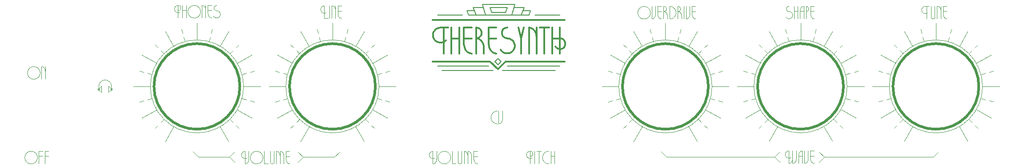
<source format=gbr>
G04 #@! TF.GenerationSoftware,KiCad,Pcbnew,5.1.5-5.1.5*
G04 #@! TF.CreationDate,2020-10-27T19:01:29+01:00*
G04 #@! TF.ProjectId,theresynth-frontpanel,74686572-6573-4796-9e74-682d66726f6e,rev?*
G04 #@! TF.SameCoordinates,Original*
G04 #@! TF.FileFunction,Legend,Top*
G04 #@! TF.FilePolarity,Positive*
%FSLAX46Y46*%
G04 Gerber Fmt 4.6, Leading zero omitted, Abs format (unit mm)*
G04 Created by KiCad (PCBNEW 5.1.5-5.1.5) date 2020-10-27 19:01:29*
%MOMM*%
%LPD*%
G04 APERTURE LIST*
%ADD10C,0.100000*%
%ADD11C,0.500000*%
%ADD12C,0.360000*%
%ADD13C,0.150000*%
G04 APERTURE END LIST*
D10*
X82611304Y-144583360D02*
X83379530Y-144789400D01*
X100372881Y-140647935D02*
X99810675Y-141210142D01*
X103980622Y-153547979D02*
X101225544Y-151956723D01*
X90800000Y-137370000D02*
X90594001Y-136601794D01*
X85533032Y-139523522D02*
X86095239Y-140085729D01*
X86657445Y-140647935D02*
X87219651Y-141210142D01*
X102883560Y-144995440D02*
X102115354Y-145201460D01*
X103651766Y-150221887D02*
X104420174Y-150427907D01*
X87219651Y-153801165D02*
X86657445Y-154363372D01*
X97967344Y-139795212D02*
X99557529Y-137040134D01*
X102400000Y-147500000D02*
G75*
G03X102400000Y-147500000I-8880000J0D01*
G01*
X101498446Y-139523522D02*
X100936280Y-140085729D01*
X103980622Y-141463268D02*
X101225544Y-143053472D01*
X104420174Y-144583360D02*
X103651766Y-144789400D01*
X84147777Y-144995440D02*
X84916023Y-145201460D01*
X102115354Y-149809807D02*
X102883560Y-150015847D01*
X83379530Y-150221887D02*
X82611304Y-150427907D01*
X96025357Y-138137196D02*
X95819337Y-138905402D01*
X81418960Y-147505088D02*
X84599248Y-147505088D01*
X91210990Y-138906413D02*
X91004950Y-138138207D01*
X93515708Y-135421509D02*
X93515708Y-138603008D01*
X85804823Y-143054563D02*
X83049664Y-141463268D01*
X99557529Y-157971132D02*
X97967344Y-155215973D01*
X100936280Y-154925578D02*
X101498446Y-155487764D01*
X86095239Y-154925578D02*
X85533032Y-155487764D01*
X96437437Y-136601794D02*
X96231397Y-137370000D01*
X85804823Y-151956723D02*
X83049685Y-153547979D01*
X84916023Y-149809807D02*
X84147777Y-150015847D01*
X89064073Y-139795212D02*
X87472818Y-137040134D01*
X102418960Y-147505088D02*
X105599248Y-147505088D01*
X99810675Y-153801165D02*
X100372881Y-154363372D01*
X87472818Y-157971132D02*
X89064073Y-155215973D01*
D11*
X101700000Y-147500000D02*
G75*
G03X101700000Y-147500000I-8180000J0D01*
G01*
D10*
X107218960Y-147505088D02*
X110399248Y-147505088D01*
D11*
X127500000Y-147500000D02*
G75*
G03X127500000Y-147500000I-8180000J0D01*
G01*
D10*
X129780622Y-153547979D02*
X127025544Y-151956723D01*
X125357529Y-157971132D02*
X123767344Y-155215973D01*
X111604823Y-151956723D02*
X108849685Y-153547979D01*
X128218960Y-147505088D02*
X131399248Y-147505088D01*
X123767344Y-139795212D02*
X125357529Y-137040134D01*
X114864073Y-139795212D02*
X113272818Y-137040134D01*
X117010990Y-138906413D02*
X116804950Y-138138207D01*
X109179530Y-150221887D02*
X108411304Y-150427907D01*
X109947777Y-144995440D02*
X110716023Y-145201460D01*
X113272818Y-157971132D02*
X114864073Y-155215973D01*
X130220174Y-144583360D02*
X129451766Y-144789400D01*
X128683560Y-144995440D02*
X127915354Y-145201460D01*
X127915354Y-149809807D02*
X128683560Y-150015847D01*
X122237437Y-136601794D02*
X122031397Y-137370000D01*
X121825357Y-138137196D02*
X121619337Y-138905402D01*
X119315708Y-135421509D02*
X119315708Y-138603008D01*
X111895239Y-154925578D02*
X111333032Y-155487764D01*
X110716023Y-149809807D02*
X109947777Y-150015847D01*
X125610675Y-153801165D02*
X126172881Y-154363372D01*
X113019651Y-153801165D02*
X112457445Y-154363372D01*
X126736280Y-154925578D02*
X127298446Y-155487764D01*
X111604823Y-143054563D02*
X108849664Y-141463268D01*
X112457445Y-140647935D02*
X113019651Y-141210142D01*
X129451766Y-150221887D02*
X130220174Y-150427907D01*
X129780622Y-141463268D02*
X127025544Y-143053472D01*
X111333032Y-139523522D02*
X111895239Y-140085729D01*
X127298446Y-139523522D02*
X126736280Y-140085729D01*
X126172881Y-140647935D02*
X125610675Y-141210142D01*
X128200000Y-147500000D02*
G75*
G03X128200000Y-147500000I-8880000J0D01*
G01*
X108411304Y-144583360D02*
X109179530Y-144789400D01*
X116600000Y-137370000D02*
X116394001Y-136601794D01*
D11*
X242410000Y-147500000D02*
G75*
G03X242410000Y-147500000I-8180000J0D01*
G01*
D10*
X244710622Y-153537979D02*
X241955544Y-151946723D01*
X240287529Y-157961132D02*
X238697344Y-155205973D01*
X226534823Y-151946723D02*
X223779685Y-153537979D01*
X243148960Y-147495088D02*
X246329248Y-147495088D01*
X238697344Y-139785212D02*
X240287529Y-137030134D01*
X229794073Y-139785212D02*
X228202818Y-137030134D01*
X231940990Y-138896413D02*
X231734950Y-138128207D01*
X224109530Y-150211887D02*
X223341304Y-150417907D01*
X224877777Y-144985440D02*
X225646023Y-145191460D01*
X228202818Y-157961132D02*
X229794073Y-155205973D01*
X245150174Y-144573360D02*
X244381766Y-144779400D01*
X243613560Y-144985440D02*
X242845354Y-145191460D01*
X242845354Y-149799807D02*
X243613560Y-150005847D01*
X237167437Y-136591794D02*
X236961397Y-137360000D01*
X236755357Y-138127196D02*
X236549337Y-138895402D01*
X234245708Y-135411509D02*
X234245708Y-138593008D01*
X226825239Y-154915578D02*
X226263032Y-155477764D01*
X225646023Y-149799807D02*
X224877777Y-150005847D01*
X240540675Y-153791165D02*
X241102881Y-154353372D01*
X227949651Y-153791165D02*
X227387445Y-154353372D01*
X241666280Y-154915578D02*
X242228446Y-155477764D01*
X226534823Y-143044563D02*
X223779664Y-141453268D01*
X227387445Y-140637935D02*
X227949651Y-141200142D01*
X244381766Y-150211887D02*
X245150174Y-150417907D01*
X222161000Y-147495088D02*
X225342478Y-147495088D01*
X244710622Y-141453268D02*
X241955544Y-143043472D01*
X226263032Y-139513522D02*
X226825239Y-140075729D01*
X242228446Y-139513522D02*
X241666280Y-140075729D01*
X241102881Y-140637935D02*
X240540675Y-141200142D01*
X243110000Y-147500000D02*
G75*
G03X243110000Y-147500000I-8880000J0D01*
G01*
X223341304Y-144573360D02*
X224109530Y-144779400D01*
X231530000Y-137360000D02*
X231324001Y-136591794D01*
D11*
X216630000Y-147490000D02*
G75*
G03X216630000Y-147490000I-8180000J0D01*
G01*
D10*
X218960622Y-153537979D02*
X216205544Y-151946723D01*
X214537529Y-157961132D02*
X212947344Y-155205973D01*
X200784823Y-151946723D02*
X198029685Y-153537979D01*
X217398960Y-147495088D02*
X220579248Y-147495088D01*
X212947344Y-139785212D02*
X214537529Y-137030134D01*
X204044073Y-139785212D02*
X202452818Y-137030134D01*
X206190990Y-138896413D02*
X205984950Y-138128207D01*
X198359530Y-150211887D02*
X197591304Y-150417907D01*
X199127777Y-144985440D02*
X199896023Y-145191460D01*
X202452818Y-157961132D02*
X204044073Y-155205973D01*
X219400174Y-144573360D02*
X218631766Y-144779400D01*
X217863560Y-144985440D02*
X217095354Y-145191460D01*
X217095354Y-149799807D02*
X217863560Y-150005847D01*
X211417437Y-136591794D02*
X211211397Y-137360000D01*
X211005357Y-138127196D02*
X210799337Y-138895402D01*
X208495708Y-135411509D02*
X208495708Y-138593008D01*
X201075239Y-154915578D02*
X200513032Y-155477764D01*
X199896023Y-149799807D02*
X199127777Y-150005847D01*
X214790675Y-153791165D02*
X215352881Y-154353372D01*
X202199651Y-153791165D02*
X201637445Y-154353372D01*
X215916280Y-154915578D02*
X216478446Y-155477764D01*
X200784823Y-143044563D02*
X198029664Y-141453268D01*
X201637445Y-140637935D02*
X202199651Y-141200142D01*
X218631766Y-150211887D02*
X219400174Y-150417907D01*
X196411000Y-147495088D02*
X199592478Y-147495088D01*
X218960622Y-141453268D02*
X216205544Y-143043472D01*
X200513032Y-139513522D02*
X201075239Y-140075729D01*
X216478446Y-139513522D02*
X215916280Y-140075729D01*
X215352881Y-140637935D02*
X214790675Y-141200142D01*
X217330000Y-147490000D02*
G75*
G03X217330000Y-147490000I-8880000J0D01*
G01*
X197591304Y-144573360D02*
X198359530Y-144779400D01*
X205780000Y-137360000D02*
X205574001Y-136591794D01*
D11*
X190900000Y-147500000D02*
G75*
G03X190900000Y-147500000I-8180000J0D01*
G01*
D10*
X191600000Y-147500000D02*
G75*
G03X191600000Y-147500000I-8880000J0D01*
G01*
X193180622Y-153547979D02*
X190425544Y-151956723D01*
X188757529Y-157971132D02*
X187167344Y-155215973D01*
X175004823Y-151956723D02*
X172249685Y-153547979D01*
X191618960Y-147505088D02*
X194799248Y-147505088D01*
X187167344Y-139795212D02*
X188757529Y-137040134D01*
X178264073Y-139795212D02*
X176672818Y-137040134D01*
X180410990Y-138906413D02*
X180204950Y-138138207D01*
X172579530Y-150221887D02*
X171811304Y-150427907D01*
X173347777Y-144995440D02*
X174116023Y-145201460D01*
X176672818Y-157971132D02*
X178264073Y-155215973D01*
X193620174Y-144583360D02*
X192851766Y-144789400D01*
X192083560Y-144995440D02*
X191315354Y-145201460D01*
X191315354Y-149809807D02*
X192083560Y-150015847D01*
X185637437Y-136601794D02*
X185431397Y-137370000D01*
X185225357Y-138137196D02*
X185019337Y-138905402D01*
X182715708Y-135421509D02*
X182715708Y-138603008D01*
X175295239Y-154925578D02*
X174733032Y-155487764D01*
X174116023Y-149809807D02*
X173347777Y-150015847D01*
X189010675Y-153801165D02*
X189572881Y-154363372D01*
X176419651Y-153801165D02*
X175857445Y-154363372D01*
X190136280Y-154925578D02*
X190698446Y-155487764D01*
X175004823Y-143054563D02*
X172249664Y-141463268D01*
X175857445Y-140647935D02*
X176419651Y-141210142D01*
X192851766Y-150221887D02*
X193620174Y-150427907D01*
X170631000Y-147505088D02*
X173812478Y-147505088D01*
X193180622Y-141463268D02*
X190425544Y-143053472D01*
X174733032Y-139523522D02*
X175295239Y-140085729D01*
X190698446Y-139523522D02*
X190136280Y-140085729D01*
X189572881Y-140647935D02*
X189010675Y-141210142D01*
X171811304Y-144583360D02*
X172579530Y-144789400D01*
X180000000Y-137370000D02*
X179794001Y-136601794D01*
X182892126Y-160970000D02*
X181900000Y-159977874D01*
X204504330Y-159978110D02*
X203512204Y-160970236D01*
X197559447Y-160970236D02*
X197559447Y-160970236D01*
X203512204Y-160970236D02*
X182892126Y-160970236D01*
X203512204Y-160970236D02*
X204504330Y-161962362D01*
X233707874Y-160993858D02*
X234700000Y-160001732D01*
X218912204Y-160993858D02*
X218912204Y-160993858D01*
X212959447Y-160993858D02*
X233707874Y-160993858D01*
X212959447Y-160993858D02*
X211967321Y-161985984D01*
X211967321Y-160001732D02*
X212959447Y-160993858D01*
X145076378Y-159860000D02*
X145169531Y-159867042D01*
X145169531Y-159867042D02*
X145251985Y-159885958D01*
X145251985Y-159885958D02*
X145324669Y-159913849D01*
X145324669Y-159913849D02*
X145389984Y-159949266D01*
X145389984Y-159949266D02*
X145448999Y-159991168D01*
X145448999Y-159991168D02*
X145502609Y-160039011D01*
X145502609Y-160039011D02*
X145550937Y-160091948D01*
X145550937Y-160091948D02*
X145594580Y-160149849D01*
X145594580Y-160149849D02*
X145633161Y-160211444D01*
X145633161Y-160211444D02*
X145667500Y-160277420D01*
X145667500Y-160277420D02*
X145697604Y-160347572D01*
X145697604Y-160347572D02*
X145723608Y-160422250D01*
X145723608Y-160422250D02*
X145745310Y-160501230D01*
X145745310Y-160501230D02*
X145762934Y-160586720D01*
X145762934Y-160586720D02*
X145775440Y-160675069D01*
X145775440Y-160675069D02*
X145782984Y-160769313D01*
X145782984Y-160769313D02*
X145785039Y-160852126D01*
X144367716Y-162269449D02*
X144367716Y-159860000D01*
X143942352Y-161942590D02*
X143942494Y-161943865D01*
X143233858Y-161943724D02*
X143233971Y-161942590D01*
X146918897Y-162251732D02*
X146824848Y-162244544D01*
X146824848Y-162244544D02*
X146743281Y-162225766D01*
X146743281Y-162225766D02*
X146670599Y-162197876D01*
X146670599Y-162197876D02*
X146605282Y-162162458D01*
X146605282Y-162162458D02*
X146546035Y-162120370D01*
X146546035Y-162120370D02*
X146492658Y-162072711D01*
X146492658Y-162072711D02*
X146444132Y-162019537D01*
X146444132Y-162019537D02*
X146400327Y-161961349D01*
X146400327Y-161961349D02*
X146361459Y-161899143D01*
X146361459Y-161899143D02*
X146327047Y-161832776D01*
X146327047Y-161832776D02*
X146297096Y-161762689D01*
X146297096Y-161762689D02*
X146271128Y-161687760D01*
X146271128Y-161687760D02*
X146249614Y-161609055D01*
X146249614Y-161609055D02*
X146232366Y-161525189D01*
X146232366Y-161525189D02*
X146219271Y-161431572D01*
X146219271Y-161431572D02*
X146212097Y-161338568D01*
X146212097Y-161338568D02*
X146210236Y-161259606D01*
X145076378Y-162269449D02*
X145076378Y-159860000D01*
X138415193Y-159860955D02*
X138319677Y-159867513D01*
X138319677Y-159867513D02*
X138236290Y-159884301D01*
X138236290Y-159884301D02*
X138158300Y-159910080D01*
X138158300Y-159910080D02*
X138089758Y-159941742D01*
X138089758Y-159941742D02*
X138026587Y-159979595D01*
X138026587Y-159979595D02*
X137968723Y-160023091D01*
X137968723Y-160023091D02*
X137916590Y-160071427D01*
X137916590Y-160071427D02*
X137869218Y-160125393D01*
X137869218Y-160125393D02*
X137827625Y-160184033D01*
X137827625Y-160184033D02*
X137791626Y-160248073D01*
X137791626Y-160248073D02*
X137761419Y-160318732D01*
X144367716Y-159860000D02*
X144460869Y-159867042D01*
X144460869Y-159867042D02*
X144543323Y-159885958D01*
X144543323Y-159885958D02*
X144616007Y-159913849D01*
X144616007Y-159913849D02*
X144681323Y-159949266D01*
X144681323Y-159949266D02*
X144740338Y-159991168D01*
X144740338Y-159991168D02*
X144793948Y-160039011D01*
X144793948Y-160039011D02*
X144842276Y-160091948D01*
X144842276Y-160091948D02*
X144885919Y-160149849D01*
X144885919Y-160149849D02*
X144924500Y-160211444D01*
X144924500Y-160211444D02*
X144958839Y-160277420D01*
X144958839Y-160277420D02*
X144988943Y-160347572D01*
X144988943Y-160347572D02*
X145014947Y-160422250D01*
X145014947Y-160422250D02*
X145036649Y-160501230D01*
X145036649Y-160501230D02*
X145054273Y-160586720D01*
X145054273Y-160586720D02*
X145066779Y-160675069D01*
X145066779Y-160675069D02*
X145074323Y-160769313D01*
X145074323Y-160769313D02*
X145076378Y-160852126D01*
X143942494Y-161943865D02*
X143942494Y-159860044D01*
X146918897Y-160852126D02*
X146210236Y-160852126D01*
X139395799Y-161061067D02*
X139395799Y-161061067D01*
X139123622Y-161277323D02*
X139123622Y-159860000D01*
X139996667Y-160020335D02*
X139934352Y-160058877D01*
X139934352Y-160058877D02*
X139875429Y-160100449D01*
X139875429Y-160100449D02*
X139818737Y-160145795D01*
X139818737Y-160145795D02*
X139766155Y-160193277D01*
X139766155Y-160193277D02*
X139715826Y-160244471D01*
X139715826Y-160244471D02*
X139665413Y-160302536D01*
X139665413Y-160302536D02*
X139622019Y-160359233D01*
X139622019Y-160359233D02*
X139581632Y-160419096D01*
X139581632Y-160419096D02*
X139543974Y-160482972D01*
X139543974Y-160482972D02*
X139510055Y-160549616D01*
X139510055Y-160549616D02*
X139479079Y-160621438D01*
X139479079Y-160621438D02*
X139452789Y-160695290D01*
X139452789Y-160695290D02*
X139430355Y-160774816D01*
X139430355Y-160774816D02*
X139413117Y-160857599D01*
X139413117Y-160857599D02*
X139401161Y-160947479D01*
X139401161Y-160947479D02*
X139395938Y-161042532D01*
X139395938Y-161042532D02*
X139395799Y-161061067D01*
X141198401Y-160020335D02*
X141131067Y-159984254D01*
X141131067Y-159984254D02*
X141061547Y-159952505D01*
X141061547Y-159952505D02*
X140988861Y-159924801D01*
X140988861Y-159924801D02*
X140911379Y-159901007D01*
X140911379Y-159901007D02*
X140828009Y-159881617D01*
X140828009Y-159881617D02*
X140741322Y-159867953D01*
X140741322Y-159867953D02*
X140646755Y-159860337D01*
X140646755Y-159860337D02*
X140545270Y-159860465D01*
X140545270Y-159860465D02*
X140450717Y-159868322D01*
X140450717Y-159868322D02*
X140364057Y-159882207D01*
X140364057Y-159882207D02*
X140280726Y-159901811D01*
X140280726Y-159901811D02*
X140200962Y-159926618D01*
X140200962Y-159926618D02*
X140127236Y-159955156D01*
X140127236Y-159955156D02*
X140057853Y-159987318D01*
X140057853Y-159987318D02*
X139996667Y-160020335D01*
X139395799Y-161061067D02*
X139399693Y-161157919D01*
X139399693Y-161157919D02*
X139410460Y-161248388D01*
X139410460Y-161248388D02*
X139426796Y-161332385D01*
X139426796Y-161332385D02*
X139447962Y-161411375D01*
X139447962Y-161411375D02*
X139474135Y-161487896D01*
X139474135Y-161487896D02*
X139503795Y-161558983D01*
X139503795Y-161558983D02*
X139536891Y-161626053D01*
X139536891Y-161626053D02*
X139573754Y-161690389D01*
X139573754Y-161690389D02*
X139613826Y-161751358D01*
X139613826Y-161751358D02*
X139656820Y-161808902D01*
X139656820Y-161808902D02*
X139702658Y-161863199D01*
X139702658Y-161863199D02*
X139751556Y-161914619D01*
X139751556Y-161914619D02*
X139803373Y-161963032D01*
X139803373Y-161963032D02*
X139859688Y-162009645D01*
X139859688Y-162009645D02*
X139917809Y-162052108D01*
X139917809Y-162052108D02*
X139982033Y-162093212D01*
X139982033Y-162093212D02*
X139996667Y-162101800D01*
X138414960Y-159860000D02*
X138414960Y-162269449D01*
X146210236Y-159860000D02*
X146918897Y-159860000D01*
X146210236Y-161259606D02*
X146210236Y-159860000D01*
X145785039Y-160852126D02*
X145785039Y-162269449D01*
X138414960Y-162269449D02*
X138513420Y-162261557D01*
X138513420Y-162261557D02*
X138595027Y-162242090D01*
X138595027Y-162242090D02*
X138668501Y-162213130D01*
X138668501Y-162213130D02*
X138733249Y-162177216D01*
X138733249Y-162177216D02*
X138791724Y-162134931D01*
X138791724Y-162134931D02*
X138844607Y-162087016D01*
X138844607Y-162087016D02*
X138892078Y-162034389D01*
X138892078Y-162034389D02*
X138934869Y-161977098D01*
X138934869Y-161977098D02*
X138973685Y-161914580D01*
X138973685Y-161914580D02*
X139007951Y-161848049D01*
X139007951Y-161848049D02*
X139039797Y-161772428D01*
X139039797Y-161772428D02*
X139066530Y-161692913D01*
X139066530Y-161692913D02*
X139087607Y-161612323D01*
X139087607Y-161612323D02*
X139104016Y-161527823D01*
X139104016Y-161527823D02*
X139115680Y-161438700D01*
X139115680Y-161438700D02*
X139122362Y-161342277D01*
X139122362Y-161342277D02*
X139123622Y-161277323D01*
X137967985Y-161089648D02*
X138025098Y-161132787D01*
X138025098Y-161132787D02*
X138087693Y-161170558D01*
X138087693Y-161170558D02*
X138156283Y-161202489D01*
X138156283Y-161202489D02*
X138231359Y-161227710D01*
X138231359Y-161227710D02*
X138314328Y-161245067D01*
X138314328Y-161245067D02*
X138407665Y-161252380D01*
X138407665Y-161252380D02*
X138502977Y-161246880D01*
X138502977Y-161246880D02*
X138588030Y-161230645D01*
X138588030Y-161230645D02*
X138665749Y-161205765D01*
X138665749Y-161205765D02*
X138734974Y-161174573D01*
X138734974Y-161174573D02*
X138763058Y-161159209D01*
X143411067Y-162226524D02*
X143482291Y-162255465D01*
X143482291Y-162255465D02*
X143569891Y-162270009D01*
X143569891Y-162270009D02*
X143664018Y-162262842D01*
X143664018Y-162262842D02*
X143740783Y-162238446D01*
X143740783Y-162238446D02*
X143765256Y-162226524D01*
X143233971Y-161942590D02*
X143246897Y-162030386D01*
X143246897Y-162030386D02*
X143277468Y-162100010D01*
X143277468Y-162100010D02*
X143320542Y-162157364D01*
X143320542Y-162157364D02*
X143374603Y-162204155D01*
X143374603Y-162204155D02*
X143411067Y-162226524D01*
X139996667Y-162101800D02*
X140062317Y-162137042D01*
X140062317Y-162137042D02*
X140133513Y-162169621D01*
X140133513Y-162169621D02*
X140208236Y-162198025D01*
X140208236Y-162198025D02*
X140286937Y-162221997D01*
X140286937Y-162221997D02*
X140368849Y-162240860D01*
X140368849Y-162240860D02*
X140459783Y-162254886D01*
X140459783Y-162254886D02*
X140554990Y-162262047D01*
X140554990Y-162262047D02*
X140657080Y-162261325D01*
X140657080Y-162261325D02*
X140749025Y-162253221D01*
X140749025Y-162253221D02*
X140835195Y-162239083D01*
X140835195Y-162239083D02*
X140916109Y-162219831D01*
X140916109Y-162219831D02*
X140993225Y-162195812D01*
X140993225Y-162195812D02*
X141066115Y-162167697D01*
X141066115Y-162167697D02*
X141134976Y-162135928D01*
X141134976Y-162135928D02*
X141198401Y-162101800D01*
X143233858Y-159860000D02*
X143233858Y-161943724D01*
X143765256Y-162226524D02*
X143825133Y-162186261D01*
X143825133Y-162186261D02*
X143874805Y-162135170D01*
X143874805Y-162135170D02*
X143913104Y-162073044D01*
X143913104Y-162073044D02*
X143937442Y-161997018D01*
X143937442Y-161997018D02*
X143942352Y-161942590D01*
X141799269Y-161061067D02*
X141795367Y-160964206D01*
X141795367Y-160964206D02*
X141784114Y-160870689D01*
X141784114Y-160870689D02*
X141767638Y-160787050D01*
X141767638Y-160787050D02*
X141746246Y-160707973D01*
X141746246Y-160707973D02*
X141719401Y-160630244D01*
X141719401Y-160630244D02*
X141689112Y-160558441D01*
X141689112Y-160558441D02*
X141655730Y-160491518D01*
X141655730Y-160491518D02*
X141619070Y-160428116D01*
X141619070Y-160428116D02*
X141578955Y-160367532D01*
X141578955Y-160367532D02*
X141535769Y-160310125D01*
X141535769Y-160310125D02*
X141489336Y-160255520D01*
X141489336Y-160255520D02*
X141440234Y-160204276D01*
X141440234Y-160204276D02*
X141387754Y-160155647D01*
X141387754Y-160155647D02*
X141332439Y-160110209D01*
X141332439Y-160110209D02*
X141274166Y-160067911D01*
X141274166Y-160067911D02*
X141212759Y-160028756D01*
X141212759Y-160028756D02*
X141198401Y-160020335D01*
X141198401Y-162101800D02*
X141261749Y-162062561D01*
X141261749Y-162062561D02*
X141320622Y-162020933D01*
X141320622Y-162020933D02*
X141376321Y-161976330D01*
X141376321Y-161976330D02*
X141429458Y-161928316D01*
X141429458Y-161928316D02*
X141479232Y-161877655D01*
X141479232Y-161877655D02*
X141529646Y-161819588D01*
X141529646Y-161819588D02*
X141574016Y-161761533D01*
X141574016Y-161761533D02*
X141614238Y-161701744D01*
X141614238Y-161701744D02*
X141651742Y-161637953D01*
X141651742Y-161637953D02*
X141685652Y-161571133D01*
X141685652Y-161571133D02*
X141715867Y-161500971D01*
X141715867Y-161500971D02*
X141743011Y-161424507D01*
X141743011Y-161424507D02*
X141765143Y-161345523D01*
X141765143Y-161345523D02*
X141782512Y-161261182D01*
X141782512Y-161261182D02*
X141794131Y-161172173D01*
X141794131Y-161172173D02*
X141799181Y-161075516D01*
X141799181Y-161075516D02*
X141799269Y-161061067D01*
X137761419Y-160318732D02*
X137738230Y-160396061D01*
X137738230Y-160396061D02*
X137723478Y-160481605D01*
X137723478Y-160481605D02*
X137719754Y-160578056D01*
X137719754Y-160578056D02*
X137728736Y-160669979D01*
X137728736Y-160669979D02*
X137747815Y-160753291D01*
X137747815Y-160753291D02*
X137774382Y-160827660D01*
X137774382Y-160827660D02*
X137807521Y-160895547D01*
X137807521Y-160895547D02*
X137846902Y-160958119D01*
X137846902Y-160958119D02*
X137890951Y-161014131D01*
X137890951Y-161014131D02*
X137940197Y-161065046D01*
X137940197Y-161065046D02*
X137967985Y-161089648D01*
X142100000Y-162269449D02*
X142808661Y-162269449D01*
X142100000Y-159860000D02*
X142100000Y-162269449D01*
X209483072Y-132160000D02*
X209483072Y-132160000D01*
X209483072Y-134569449D02*
X209483072Y-132160000D01*
X211042124Y-134551732D02*
X210948075Y-134544544D01*
X210948075Y-134544544D02*
X210866508Y-134525766D01*
X210866508Y-134525766D02*
X210793826Y-134497876D01*
X210793826Y-134497876D02*
X210728509Y-134462458D01*
X210728509Y-134462458D02*
X210669262Y-134420370D01*
X210669262Y-134420370D02*
X210615885Y-134372711D01*
X210615885Y-134372711D02*
X210567359Y-134319537D01*
X210567359Y-134319537D02*
X210523554Y-134261349D01*
X210523554Y-134261349D02*
X210484686Y-134199143D01*
X210484686Y-134199143D02*
X210450274Y-134132776D01*
X210450274Y-134132776D02*
X210420323Y-134062689D01*
X210420323Y-134062689D02*
X210394355Y-133987760D01*
X210394355Y-133987760D02*
X210372841Y-133909055D01*
X210372841Y-133909055D02*
X210355593Y-133825189D01*
X210355593Y-133825189D02*
X210342498Y-133731572D01*
X210342498Y-133731572D02*
X210335324Y-133638568D01*
X210335324Y-133638568D02*
X210333463Y-133559606D01*
X209978578Y-132656617D02*
X209969636Y-132750795D01*
X209969636Y-132750795D02*
X209947590Y-132829471D01*
X209947590Y-132829471D02*
X209915512Y-132898701D01*
X209915512Y-132898701D02*
X209872660Y-132962826D01*
X209872660Y-132962826D02*
X209824061Y-133016127D01*
X209824061Y-133016127D02*
X209769074Y-133061294D01*
X209769074Y-133061294D02*
X209704294Y-133100116D01*
X209704294Y-133100116D02*
X209632959Y-133129048D01*
X209632959Y-133129048D02*
X209551206Y-133147476D01*
X209551206Y-133147476D02*
X209483072Y-133152126D01*
X209483072Y-132160000D02*
X209578007Y-132169126D01*
X209578007Y-132169126D02*
X209656635Y-132191386D01*
X209656635Y-132191386D02*
X209725155Y-132223328D01*
X209725155Y-132223328D02*
X209786788Y-132264382D01*
X209786788Y-132264382D02*
X209839435Y-132311794D01*
X209839435Y-132311794D02*
X209885203Y-132366661D01*
X209885203Y-132366661D02*
X209923507Y-132429125D01*
X209923507Y-132429125D02*
X209953386Y-132500095D01*
X209953386Y-132500095D02*
X209972925Y-132581511D01*
X209972925Y-132581511D02*
X209978578Y-132656617D01*
X209057875Y-133152126D02*
X208349214Y-133152126D01*
X91762798Y-133188884D02*
X91766692Y-133285736D01*
X91766692Y-133285736D02*
X91777459Y-133376205D01*
X91777459Y-133376205D02*
X91793795Y-133460202D01*
X91793795Y-133460202D02*
X91814961Y-133539192D01*
X91814961Y-133539192D02*
X91841134Y-133615713D01*
X91841134Y-133615713D02*
X91870794Y-133686800D01*
X91870794Y-133686800D02*
X91903891Y-133753870D01*
X91903891Y-133753870D02*
X91940754Y-133818206D01*
X91940754Y-133818206D02*
X91980826Y-133879175D01*
X91980826Y-133879175D02*
X92023820Y-133936719D01*
X92023820Y-133936719D02*
X92069658Y-133991016D01*
X92069658Y-133991016D02*
X92118556Y-134042436D01*
X92118556Y-134042436D02*
X92170373Y-134090849D01*
X92170373Y-134090849D02*
X92226688Y-134137462D01*
X92226688Y-134137462D02*
X92284808Y-134179925D01*
X92284808Y-134179925D02*
X92349032Y-134221029D01*
X92349032Y-134221029D02*
X92363666Y-134229617D01*
X91477559Y-132974960D02*
X90768897Y-132974960D01*
X90768897Y-134392283D02*
X90768897Y-131982834D01*
X181951574Y-133169842D02*
X181242913Y-133169842D01*
X181242913Y-132177716D02*
X181951574Y-132177716D01*
X181242913Y-133577323D02*
X181242913Y-132177716D01*
X121031889Y-133074960D02*
X120323228Y-133074960D01*
X120323228Y-132082834D02*
X121031889Y-132082834D01*
X120323228Y-133482441D02*
X120323228Y-132082834D01*
X117323413Y-133317038D02*
X117380526Y-133360177D01*
X117380526Y-133360177D02*
X117443122Y-133397948D01*
X117443122Y-133397948D02*
X117511712Y-133429878D01*
X117511712Y-133429878D02*
X117586788Y-133455099D01*
X117586788Y-133455099D02*
X117669757Y-133472456D01*
X117669757Y-133472456D02*
X117763094Y-133479769D01*
X117763094Y-133479769D02*
X117858406Y-133474269D01*
X117858406Y-133474269D02*
X117943459Y-133458034D01*
X117943459Y-133458034D02*
X118021178Y-133433153D01*
X118021178Y-133433153D02*
X118090403Y-133401961D01*
X118090403Y-133401961D02*
X118118487Y-133386597D01*
X117116847Y-132546122D02*
X117093658Y-132623451D01*
X117093658Y-132623451D02*
X117078906Y-132708995D01*
X117078906Y-132708995D02*
X117075182Y-132805446D01*
X117075182Y-132805446D02*
X117084164Y-132897369D01*
X117084164Y-132897369D02*
X117103243Y-132980681D01*
X117103243Y-132980681D02*
X117129810Y-133055050D01*
X117129810Y-133055050D02*
X117162949Y-133122937D01*
X117162949Y-133122937D02*
X117202330Y-133185509D01*
X117202330Y-133185509D02*
X117246379Y-133241521D01*
X117246379Y-133241521D02*
X117295625Y-133292436D01*
X117295625Y-133292436D02*
X117323413Y-133317038D01*
X117770621Y-132088344D02*
X117675105Y-132094902D01*
X117675105Y-132094902D02*
X117591719Y-132111690D01*
X117591719Y-132111690D02*
X117513729Y-132137469D01*
X117513729Y-132137469D02*
X117445187Y-132169131D01*
X117445187Y-132169131D02*
X117382016Y-132206984D01*
X117382016Y-132206984D02*
X117324152Y-132250480D01*
X117324152Y-132250480D02*
X117272019Y-132298816D01*
X117272019Y-132298816D02*
X117224647Y-132352782D01*
X117224647Y-132352782D02*
X117183054Y-132411423D01*
X117183054Y-132411423D02*
X117147054Y-132475463D01*
X117147054Y-132475463D02*
X117116847Y-132546122D01*
X65247639Y-160824960D02*
X64538976Y-160824960D01*
X64538976Y-159832834D02*
X65247639Y-159832834D01*
X64538976Y-162242283D02*
X64538976Y-159832834D01*
X64113779Y-160824960D02*
X63405118Y-160824960D01*
X186628740Y-134587165D02*
X186727200Y-134579273D01*
X186727200Y-134579273D02*
X186808807Y-134559806D01*
X186808807Y-134559806D02*
X186882281Y-134530846D01*
X186882281Y-134530846D02*
X186947029Y-134494932D01*
X186947029Y-134494932D02*
X187005504Y-134452647D01*
X187005504Y-134452647D02*
X187058387Y-134404732D01*
X187058387Y-134404732D02*
X187105858Y-134352105D01*
X187105858Y-134352105D02*
X187148649Y-134294814D01*
X187148649Y-134294814D02*
X187187465Y-134232296D01*
X187187465Y-134232296D02*
X187221731Y-134165765D01*
X187221731Y-134165765D02*
X187251594Y-134095361D01*
X187251594Y-134095361D02*
X187277396Y-134020275D01*
X187277396Y-134020275D02*
X187300056Y-133935833D01*
X187300056Y-133935833D02*
X187317239Y-133848944D01*
X187317239Y-133848944D02*
X187329139Y-133759557D01*
X187329139Y-133759557D02*
X187335943Y-133664872D01*
X187335943Y-133664872D02*
X187337401Y-133595039D01*
X186203543Y-134587165D02*
X186203543Y-132177716D01*
X185778346Y-134161968D02*
X185778346Y-134587165D01*
X61913181Y-159837149D02*
X61815949Y-159841020D01*
X61815949Y-159841020D02*
X61725506Y-159851713D01*
X61725506Y-159851713D02*
X61640874Y-159868129D01*
X61640874Y-159868129D02*
X61561557Y-159889404D01*
X61561557Y-159889404D02*
X61486645Y-159915039D01*
X61486645Y-159915039D02*
X61414255Y-159945283D01*
X61414255Y-159945283D02*
X61344355Y-159980026D01*
X61344355Y-159980026D02*
X61280000Y-160017286D01*
X61280000Y-160017286D02*
X61218244Y-160058335D01*
X61218244Y-160058335D02*
X61161175Y-160101454D01*
X61161175Y-160101454D02*
X61107161Y-160147518D01*
X61107161Y-160147518D02*
X61055182Y-160197449D01*
X61055182Y-160197449D02*
X61003899Y-160253116D01*
X61003899Y-160253116D02*
X60957257Y-160310501D01*
X60957257Y-160310501D02*
X60915417Y-160368854D01*
X60915417Y-160368854D02*
X60876584Y-160430516D01*
X60876584Y-160430516D02*
X60840844Y-160495841D01*
X60840844Y-160495841D02*
X60808391Y-160565224D01*
X60808391Y-160565224D02*
X60779620Y-160638876D01*
X60779620Y-160638876D02*
X60755399Y-160715689D01*
X60755399Y-160715689D02*
X60735671Y-160797608D01*
X60735671Y-160797608D02*
X60721188Y-160885118D01*
X60721188Y-160885118D02*
X60712960Y-160978001D01*
X60712960Y-160978001D02*
X60711446Y-161038884D01*
X63114916Y-161038884D02*
X63111036Y-160941652D01*
X63111036Y-160941652D02*
X63100346Y-160851209D01*
X63100346Y-160851209D02*
X63083930Y-160766577D01*
X63083930Y-160766577D02*
X63062789Y-160687703D01*
X63062789Y-160687703D02*
X63037017Y-160612348D01*
X63037017Y-160612348D02*
X63006867Y-160540166D01*
X63006867Y-160540166D02*
X62973747Y-160473261D01*
X62973747Y-160473261D02*
X62936912Y-160409168D01*
X62936912Y-160409168D02*
X62896850Y-160348375D01*
X62896850Y-160348375D02*
X62853840Y-160290929D01*
X62853840Y-160290929D02*
X62805747Y-160234201D01*
X62805747Y-160234201D02*
X62753322Y-160179623D01*
X62753322Y-160179623D02*
X62698941Y-160129601D01*
X62698941Y-160129601D02*
X62642991Y-160084056D01*
X62642991Y-160084056D02*
X62584706Y-160042130D01*
X62584706Y-160042130D02*
X62523102Y-160003207D01*
X62523102Y-160003207D02*
X62458243Y-159967578D01*
X62458243Y-159967578D02*
X62389774Y-159935358D01*
X62389774Y-159935358D02*
X62316863Y-159906630D01*
X62316863Y-159906630D02*
X62239937Y-159882103D01*
X62239937Y-159882103D02*
X62158118Y-159862127D01*
X62158118Y-159862127D02*
X62069052Y-159847162D01*
X62069052Y-159847162D02*
X61976459Y-159838784D01*
X61976459Y-159838784D02*
X61913181Y-159837149D01*
X62514049Y-162079617D02*
X62577397Y-162040378D01*
X62577397Y-162040378D02*
X62636270Y-161998750D01*
X62636270Y-161998750D02*
X62691969Y-161954147D01*
X62691969Y-161954147D02*
X62745106Y-161906133D01*
X62745106Y-161906133D02*
X62794880Y-161855472D01*
X62794880Y-161855472D02*
X62845294Y-161797405D01*
X62845294Y-161797405D02*
X62889664Y-161739350D01*
X62889664Y-161739350D02*
X62929885Y-161679561D01*
X62929885Y-161679561D02*
X62967389Y-161615770D01*
X62967389Y-161615770D02*
X63001299Y-161548950D01*
X63001299Y-161548950D02*
X63031514Y-161478788D01*
X63031514Y-161478788D02*
X63058658Y-161402324D01*
X63058658Y-161402324D02*
X63080790Y-161323340D01*
X63080790Y-161323340D02*
X63098159Y-161238999D01*
X63098159Y-161238999D02*
X63109778Y-161149990D01*
X63109778Y-161149990D02*
X63114828Y-161053333D01*
X63114828Y-161053333D02*
X63114916Y-161038884D01*
X61312314Y-162079617D02*
X61377964Y-162114859D01*
X61377964Y-162114859D02*
X61449160Y-162147438D01*
X61449160Y-162147438D02*
X61523883Y-162175841D01*
X61523883Y-162175841D02*
X61602584Y-162199813D01*
X61602584Y-162199813D02*
X61684496Y-162218676D01*
X61684496Y-162218676D02*
X61775430Y-162232702D01*
X61775430Y-162232702D02*
X61870637Y-162239863D01*
X61870637Y-162239863D02*
X61972728Y-162239141D01*
X61972728Y-162239141D02*
X62064673Y-162231037D01*
X62064673Y-162231037D02*
X62150843Y-162216899D01*
X62150843Y-162216899D02*
X62231757Y-162197647D01*
X62231757Y-162197647D02*
X62308873Y-162173628D01*
X62308873Y-162173628D02*
X62381763Y-162145514D01*
X62381763Y-162145514D02*
X62450624Y-162113745D01*
X62450624Y-162113745D02*
X62514049Y-162079617D01*
X180109055Y-134587165D02*
X180207515Y-134579273D01*
X180207515Y-134579273D02*
X180289122Y-134559806D01*
X180289122Y-134559806D02*
X180362596Y-134530846D01*
X180362596Y-134530846D02*
X180427344Y-134494932D01*
X180427344Y-134494932D02*
X180485819Y-134452647D01*
X180485819Y-134452647D02*
X180538702Y-134404732D01*
X180538702Y-134404732D02*
X180586173Y-134352105D01*
X180586173Y-134352105D02*
X180628964Y-134294814D01*
X180628964Y-134294814D02*
X180667780Y-134232296D01*
X180667780Y-134232296D02*
X180702046Y-134165765D01*
X180702046Y-134165765D02*
X180731909Y-134095361D01*
X180731909Y-134095361D02*
X180757711Y-134020275D01*
X180757711Y-134020275D02*
X180780371Y-133935833D01*
X180780371Y-133935833D02*
X180797554Y-133848944D01*
X180797554Y-133848944D02*
X180809454Y-133759557D01*
X180809454Y-133759557D02*
X180816258Y-133664872D01*
X180816258Y-133664872D02*
X180817716Y-133595039D01*
X177420611Y-133385760D02*
X177420611Y-133385760D01*
X109326378Y-159860000D02*
X109419531Y-159867042D01*
X109419531Y-159867042D02*
X109501985Y-159885958D01*
X109501985Y-159885958D02*
X109574669Y-159913849D01*
X109574669Y-159913849D02*
X109639984Y-159949266D01*
X109639984Y-159949266D02*
X109698999Y-159991168D01*
X109698999Y-159991168D02*
X109752609Y-160039011D01*
X109752609Y-160039011D02*
X109800937Y-160091948D01*
X109800937Y-160091948D02*
X109844580Y-160149849D01*
X109844580Y-160149849D02*
X109883161Y-160211444D01*
X109883161Y-160211444D02*
X109917500Y-160277420D01*
X109917500Y-160277420D02*
X109947604Y-160347572D01*
X109947604Y-160347572D02*
X109973608Y-160422250D01*
X109973608Y-160422250D02*
X109995310Y-160501230D01*
X109995310Y-160501230D02*
X110012934Y-160586720D01*
X110012934Y-160586720D02*
X110025440Y-160675069D01*
X110025440Y-160675069D02*
X110032984Y-160769313D01*
X110032984Y-160769313D02*
X110035039Y-160852126D01*
X108617716Y-162269449D02*
X108617716Y-159860000D01*
X233312204Y-132160000D02*
X233312204Y-134243724D01*
X233843604Y-134526524D02*
X233903480Y-134486261D01*
X233903480Y-134486261D02*
X233953152Y-134435170D01*
X233953152Y-134435170D02*
X233991451Y-134373044D01*
X233991451Y-134373044D02*
X234015789Y-134297018D01*
X234015789Y-134297018D02*
X234020700Y-134242590D01*
X233489412Y-134526524D02*
X233560636Y-134555465D01*
X233560636Y-134555465D02*
X233648238Y-134570009D01*
X233648238Y-134570009D02*
X233742365Y-134562842D01*
X233742365Y-134562842D02*
X233819131Y-134538446D01*
X233819131Y-134538446D02*
X233843604Y-134526524D01*
X74655118Y-148169055D02*
X74655118Y-147885590D01*
X77199677Y-147460393D02*
X77199677Y-148310787D01*
X74796850Y-147460393D02*
X74796850Y-148310787D01*
X93759447Y-160970236D02*
X92767321Y-159978110D01*
X185069685Y-132177716D02*
X185164620Y-132186842D01*
X185164620Y-132186842D02*
X185243249Y-132209102D01*
X185243249Y-132209102D02*
X185311769Y-132241044D01*
X185311769Y-132241044D02*
X185373402Y-132282098D01*
X185373402Y-132282098D02*
X185426050Y-132329510D01*
X185426050Y-132329510D02*
X185471818Y-132384377D01*
X185471818Y-132384377D02*
X185510123Y-132446840D01*
X185510123Y-132446840D02*
X185540002Y-132517810D01*
X185540002Y-132517810D02*
X185559541Y-132599225D01*
X185559541Y-132599225D02*
X185565194Y-132674331D01*
X183510629Y-134587165D02*
X183510629Y-132177716D01*
X117772047Y-134492283D02*
X118480708Y-134492283D01*
X117772047Y-132082834D02*
X117772047Y-134492283D01*
X121031889Y-134474567D02*
X120937840Y-134467379D01*
X120937840Y-134467379D02*
X120856273Y-134448601D01*
X120856273Y-134448601D02*
X120783591Y-134420711D01*
X120783591Y-134420711D02*
X120718274Y-134385293D01*
X120718274Y-134385293D02*
X120659027Y-134343205D01*
X120659027Y-134343205D02*
X120605650Y-134295546D01*
X120605650Y-134295546D02*
X120557124Y-134242372D01*
X120557124Y-134242372D02*
X120513319Y-134184184D01*
X120513319Y-134184184D02*
X120474451Y-134121978D01*
X120474451Y-134121978D02*
X120440039Y-134055611D01*
X120440039Y-134055611D02*
X120410088Y-133985524D01*
X120410088Y-133985524D02*
X120384120Y-133910595D01*
X120384120Y-133910595D02*
X120362606Y-133831890D01*
X120362606Y-133831890D02*
X120345358Y-133748024D01*
X120345358Y-133748024D02*
X120332263Y-133654407D01*
X120332263Y-133654407D02*
X120325089Y-133561403D01*
X120325089Y-133561403D02*
X120323228Y-133482441D01*
X60711446Y-161038884D02*
X60715340Y-161135736D01*
X60715340Y-161135736D02*
X60726107Y-161226205D01*
X60726107Y-161226205D02*
X60742443Y-161310202D01*
X60742443Y-161310202D02*
X60763609Y-161389192D01*
X60763609Y-161389192D02*
X60789782Y-161465713D01*
X60789782Y-161465713D02*
X60819442Y-161536800D01*
X60819442Y-161536800D02*
X60852539Y-161603870D01*
X60852539Y-161603870D02*
X60889402Y-161668206D01*
X60889402Y-161668206D02*
X60929474Y-161729175D01*
X60929474Y-161729175D02*
X60972468Y-161786719D01*
X60972468Y-161786719D02*
X61018306Y-161841016D01*
X61018306Y-161841016D02*
X61067204Y-161892436D01*
X61067204Y-161892436D02*
X61119021Y-161940849D01*
X61119021Y-161940849D02*
X61175336Y-161987462D01*
X61175336Y-161987462D02*
X61233456Y-162029925D01*
X61233456Y-162029925D02*
X61297680Y-162071029D01*
X61297680Y-162071029D02*
X61312314Y-162079617D01*
X64619685Y-144674960D02*
X64619685Y-146092283D01*
X63911023Y-146092283D02*
X63911023Y-143682834D01*
X63911023Y-143682834D02*
X64004176Y-143689876D01*
X64004176Y-143689876D02*
X64086630Y-143708792D01*
X64086630Y-143708792D02*
X64159314Y-143736683D01*
X64159314Y-143736683D02*
X64224630Y-143772100D01*
X64224630Y-143772100D02*
X64283645Y-143814002D01*
X64283645Y-143814002D02*
X64337255Y-143861845D01*
X64337255Y-143861845D02*
X64385583Y-143914782D01*
X64385583Y-143914782D02*
X64429226Y-143972683D01*
X64429226Y-143972683D02*
X64467807Y-144034278D01*
X64467807Y-144034278D02*
X64502146Y-144100254D01*
X64502146Y-144100254D02*
X64532250Y-144170406D01*
X64532250Y-144170406D02*
X64558254Y-144245084D01*
X64558254Y-144245084D02*
X64579956Y-144324064D01*
X64579956Y-144324064D02*
X64597580Y-144409554D01*
X64597580Y-144409554D02*
X64610086Y-144497903D01*
X64610086Y-144497903D02*
X64617630Y-144592147D01*
X64617630Y-144592147D02*
X64619685Y-144674960D01*
X61216135Y-144888884D02*
X61216135Y-144888884D01*
X108192352Y-161942590D02*
X108192494Y-161943865D01*
X107483858Y-161943724D02*
X107483971Y-161942590D01*
X111168897Y-162251732D02*
X111074848Y-162244544D01*
X111074848Y-162244544D02*
X110993281Y-162225766D01*
X110993281Y-162225766D02*
X110920599Y-162197876D01*
X110920599Y-162197876D02*
X110855282Y-162162458D01*
X110855282Y-162162458D02*
X110796035Y-162120370D01*
X110796035Y-162120370D02*
X110742658Y-162072711D01*
X110742658Y-162072711D02*
X110694132Y-162019537D01*
X110694132Y-162019537D02*
X110650327Y-161961349D01*
X110650327Y-161961349D02*
X110611459Y-161899143D01*
X110611459Y-161899143D02*
X110577047Y-161832776D01*
X110577047Y-161832776D02*
X110547096Y-161762689D01*
X110547096Y-161762689D02*
X110521128Y-161687760D01*
X110521128Y-161687760D02*
X110499614Y-161609055D01*
X110499614Y-161609055D02*
X110482366Y-161525189D01*
X110482366Y-161525189D02*
X110469271Y-161431572D01*
X110469271Y-161431572D02*
X110462097Y-161338568D01*
X110462097Y-161338568D02*
X110460236Y-161259606D01*
X109326378Y-162269449D02*
X109326378Y-159860000D01*
X102665193Y-159860955D02*
X102569677Y-159867513D01*
X102569677Y-159867513D02*
X102486290Y-159884301D01*
X102486290Y-159884301D02*
X102408300Y-159910080D01*
X102408300Y-159910080D02*
X102339758Y-159941742D01*
X102339758Y-159941742D02*
X102276587Y-159979595D01*
X102276587Y-159979595D02*
X102218723Y-160023091D01*
X102218723Y-160023091D02*
X102166590Y-160071427D01*
X102166590Y-160071427D02*
X102119218Y-160125393D01*
X102119218Y-160125393D02*
X102077625Y-160184033D01*
X102077625Y-160184033D02*
X102041626Y-160248073D01*
X102041626Y-160248073D02*
X102011419Y-160318732D01*
X211042124Y-133152126D02*
X210333463Y-133152126D01*
X210333463Y-132160000D02*
X211042124Y-132160000D01*
X210333463Y-133559606D02*
X210333463Y-132160000D01*
X235154724Y-132160000D02*
X235154724Y-132160000D01*
X235154724Y-133152126D02*
X235154724Y-132160000D01*
X236288582Y-134551732D02*
X236194533Y-134544544D01*
X236194533Y-134544544D02*
X236112967Y-134525766D01*
X236112967Y-134525766D02*
X236040284Y-134497876D01*
X236040284Y-134497876D02*
X235974967Y-134462458D01*
X235974967Y-134462458D02*
X235915720Y-134420370D01*
X235915720Y-134420370D02*
X235862343Y-134372711D01*
X235862343Y-134372711D02*
X235813817Y-134319537D01*
X235813817Y-134319537D02*
X235770012Y-134261349D01*
X235770012Y-134261349D02*
X235731144Y-134199143D01*
X235731144Y-134199143D02*
X235696732Y-134132776D01*
X235696732Y-134132776D02*
X235666781Y-134062689D01*
X235666781Y-134062689D02*
X235640813Y-133987760D01*
X235640813Y-133987760D02*
X235619299Y-133909055D01*
X235619299Y-133909055D02*
X235602051Y-133825189D01*
X235602051Y-133825189D02*
X235588956Y-133731572D01*
X235588956Y-133731572D02*
X235581782Y-133638568D01*
X235581782Y-133638568D02*
X235579921Y-133559606D01*
X234020842Y-134243865D02*
X234020842Y-132160044D01*
X234020700Y-134242590D02*
X234020842Y-134243865D01*
X233312204Y-134243724D02*
X233312318Y-134242590D01*
X77348031Y-148027323D02*
X77064566Y-148027323D01*
X77348031Y-148169055D02*
X77348031Y-147885590D01*
X75363779Y-148594252D02*
X74938582Y-148169055D01*
X75363779Y-147460393D02*
X75363779Y-148594252D01*
X74938582Y-147885590D02*
X75363779Y-147460393D01*
X74938582Y-148169055D02*
X74938582Y-147885590D01*
X74655118Y-148027323D02*
X74938582Y-148027323D01*
X236288582Y-133152126D02*
X235579921Y-133152126D01*
X235579921Y-132160000D02*
X236288582Y-132160000D01*
X235579921Y-133559606D02*
X235579921Y-132160000D01*
X93565401Y-132148151D02*
X93498067Y-132112070D01*
X93498067Y-132112070D02*
X93428547Y-132080321D01*
X93428547Y-132080321D02*
X93355861Y-132052617D01*
X93355861Y-132052617D02*
X93278378Y-132028823D01*
X93278378Y-132028823D02*
X93195008Y-132009434D01*
X93195008Y-132009434D02*
X93108321Y-131995770D01*
X93108321Y-131995770D02*
X93013754Y-131988154D01*
X93013754Y-131988154D02*
X92912269Y-131988282D01*
X92912269Y-131988282D02*
X92817716Y-131996139D01*
X92817716Y-131996139D02*
X92731056Y-132010023D01*
X92731056Y-132010023D02*
X92647725Y-132029627D01*
X92647725Y-132029627D02*
X92567961Y-132054434D01*
X92567961Y-132054434D02*
X92494235Y-132082972D01*
X92494235Y-132082972D02*
X92424852Y-132115134D01*
X92424852Y-132115134D02*
X92363666Y-132148151D01*
X94166268Y-133188884D02*
X94162366Y-133092022D01*
X94162366Y-133092022D02*
X94151113Y-132998505D01*
X94151113Y-132998505D02*
X94134637Y-132914866D01*
X94134637Y-132914866D02*
X94113245Y-132835789D01*
X94113245Y-132835789D02*
X94086400Y-132758060D01*
X94086400Y-132758060D02*
X94056111Y-132686257D01*
X94056111Y-132686257D02*
X94022729Y-132619334D01*
X94022729Y-132619334D02*
X93986069Y-132555932D01*
X93986069Y-132555932D02*
X93945955Y-132495348D01*
X93945955Y-132495348D02*
X93902769Y-132437941D01*
X93902769Y-132437941D02*
X93856336Y-132383336D01*
X93856336Y-132383336D02*
X93807234Y-132332092D01*
X93807234Y-132332092D02*
X93754754Y-132283463D01*
X93754754Y-132283463D02*
X93699439Y-132238025D01*
X93699439Y-132238025D02*
X93641166Y-132195727D01*
X93641166Y-132195727D02*
X93579759Y-132156572D01*
X93579759Y-132156572D02*
X93565401Y-132148151D01*
X93565401Y-134229617D02*
X93628749Y-134190378D01*
X93628749Y-134190378D02*
X93687622Y-134148750D01*
X93687622Y-134148750D02*
X93743321Y-134104147D01*
X93743321Y-134104147D02*
X93796458Y-134056133D01*
X93796458Y-134056133D02*
X93846232Y-134005472D01*
X93846232Y-134005472D02*
X93896646Y-133947405D01*
X93896646Y-133947405D02*
X93941016Y-133889350D01*
X93941016Y-133889350D02*
X93981237Y-133829561D01*
X93981237Y-133829561D02*
X94018741Y-133765770D01*
X94018741Y-133765770D02*
X94052651Y-133698950D01*
X94052651Y-133698950D02*
X94082866Y-133628788D01*
X94082866Y-133628788D02*
X94110010Y-133552324D01*
X94110010Y-133552324D02*
X94132142Y-133473340D01*
X94132142Y-133473340D02*
X94149511Y-133388999D01*
X94149511Y-133388999D02*
X94161130Y-133299990D01*
X94161130Y-133299990D02*
X94166180Y-133203333D01*
X94166180Y-133203333D02*
X94166268Y-133188884D01*
X92363666Y-134229617D02*
X92429316Y-134264859D01*
X92429316Y-134264859D02*
X92500512Y-134297438D01*
X92500512Y-134297438D02*
X92575235Y-134325841D01*
X92575235Y-134325841D02*
X92653936Y-134349813D01*
X92653936Y-134349813D02*
X92735848Y-134368676D01*
X92735848Y-134368676D02*
X92826782Y-134382702D01*
X92826782Y-134382702D02*
X92921989Y-134389863D01*
X92921989Y-134389863D02*
X93024079Y-134389141D01*
X93024079Y-134389141D02*
X93116024Y-134381037D01*
X93116024Y-134381037D02*
X93202194Y-134366899D01*
X93202194Y-134366899D02*
X93283108Y-134347647D01*
X93283108Y-134347647D02*
X93360225Y-134323628D01*
X93360225Y-134323628D02*
X93433115Y-134295514D01*
X93433115Y-134295514D02*
X93501976Y-134263745D01*
X93501976Y-134263745D02*
X93565401Y-134229617D01*
X206908390Y-133726846D02*
X206918354Y-133817620D01*
X206918354Y-133817620D02*
X206915772Y-133915092D01*
X206915772Y-133915092D02*
X206901517Y-134002801D01*
X206901517Y-134002801D02*
X206878380Y-134081890D01*
X206878380Y-134081890D02*
X206848594Y-134152558D01*
X206848594Y-134152558D02*
X206811545Y-134219039D01*
X206811545Y-134219039D02*
X206770043Y-134277848D01*
X206770043Y-134277848D02*
X206722221Y-134332558D01*
X206722221Y-134332558D02*
X206670085Y-134381026D01*
X206670085Y-134381026D02*
X206612963Y-134424084D01*
X206612963Y-134424084D02*
X206550124Y-134461861D01*
X206550124Y-134461861D02*
X206480422Y-134494105D01*
X206480422Y-134494105D02*
X206461184Y-134501433D01*
X206223227Y-133152126D02*
X206317708Y-133158515D01*
X206317708Y-133158515D02*
X206406119Y-133176480D01*
X206406119Y-133176480D02*
X206481621Y-133201761D01*
X206481621Y-133201761D02*
X206551922Y-133234555D01*
X206551922Y-133234555D02*
X206614462Y-133272453D01*
X206614462Y-133272453D02*
X206671504Y-133315694D01*
X206671504Y-133315694D02*
X206723246Y-133363956D01*
X206723246Y-133363956D02*
X206770506Y-133418069D01*
X206770506Y-133418069D02*
X206811915Y-133476746D01*
X206811915Y-133476746D02*
X206847992Y-133541347D01*
X206847992Y-133541347D02*
X206877770Y-133611647D01*
X206877770Y-133611647D02*
X206901192Y-133691399D01*
X206901192Y-133691399D02*
X206908390Y-133726846D01*
X97228910Y-132994847D02*
X97228910Y-132994847D01*
X205735247Y-132742660D02*
X205756616Y-132823496D01*
X205756616Y-132823496D02*
X205787537Y-132892769D01*
X205787537Y-132892769D02*
X205826944Y-132954152D01*
X205826944Y-132954152D02*
X205873514Y-133007664D01*
X205873514Y-133007664D02*
X205927214Y-133053992D01*
X205927214Y-133053992D02*
X205988681Y-133093136D01*
X205988681Y-133093136D02*
X206058356Y-133123957D01*
X206058356Y-133123957D02*
X206138045Y-133144794D01*
X206138045Y-133144794D02*
X206223227Y-133152126D01*
X208349214Y-133152126D02*
X208349214Y-134569448D01*
X209057875Y-134569448D02*
X209057875Y-132160000D01*
X209057875Y-132160000D02*
X208964121Y-132167133D01*
X208964121Y-132167133D02*
X208882538Y-132185872D01*
X208882538Y-132185872D02*
X208809577Y-132213849D01*
X208809577Y-132213849D02*
X208744260Y-132249266D01*
X208744260Y-132249266D02*
X208684897Y-132291444D01*
X208684897Y-132291444D02*
X208631636Y-132339011D01*
X208631636Y-132339011D02*
X208583110Y-132392186D01*
X208583110Y-132392186D02*
X208539575Y-132449980D01*
X208539575Y-132449980D02*
X208500599Y-132512297D01*
X208500599Y-132512297D02*
X208466313Y-132578335D01*
X208466313Y-132578335D02*
X208436012Y-132649195D01*
X208436012Y-132649195D02*
X208410106Y-132723963D01*
X208410106Y-132723963D02*
X208388592Y-132802670D01*
X208388592Y-132802670D02*
X208371344Y-132886533D01*
X208371344Y-132886533D02*
X208358762Y-132975459D01*
X208358762Y-132975459D02*
X208351291Y-133068706D01*
X208351291Y-133068706D02*
X208349214Y-133152126D01*
X187337401Y-133595039D02*
X187337401Y-132177716D01*
X188471260Y-134569449D02*
X188377211Y-134562261D01*
X188377211Y-134562261D02*
X188295644Y-134543483D01*
X188295644Y-134543483D02*
X188222961Y-134515593D01*
X188222961Y-134515593D02*
X188157644Y-134480175D01*
X188157644Y-134480175D02*
X188098397Y-134438087D01*
X188098397Y-134438087D02*
X188045020Y-134390428D01*
X188045020Y-134390428D02*
X187996494Y-134337254D01*
X187996494Y-134337254D02*
X187952689Y-134279066D01*
X187952689Y-134279066D02*
X187913821Y-134216860D01*
X187913821Y-134216860D02*
X187879409Y-134150493D01*
X187879409Y-134150493D02*
X187849458Y-134080406D01*
X187849458Y-134080406D02*
X187823490Y-134005477D01*
X187823490Y-134005477D02*
X187801976Y-133926772D01*
X187801976Y-133926772D02*
X187784728Y-133842906D01*
X187784728Y-133842906D02*
X187771633Y-133749289D01*
X187771633Y-133749289D02*
X187764459Y-133656285D01*
X187764459Y-133656285D02*
X187762598Y-133577323D01*
X186628740Y-132177716D02*
X186628740Y-134587165D01*
X183085433Y-134161970D02*
X183085433Y-134587167D01*
X182376771Y-132177718D02*
X182376771Y-132177718D01*
X182376771Y-134587167D02*
X182376771Y-132177718D01*
X178021478Y-134426493D02*
X178087128Y-134461735D01*
X178087128Y-134461735D02*
X178158324Y-134494314D01*
X178158324Y-134494314D02*
X178233047Y-134522717D01*
X178233047Y-134522717D02*
X178311748Y-134546689D01*
X178311748Y-134546689D02*
X178393660Y-134565552D01*
X178393660Y-134565552D02*
X178484594Y-134579578D01*
X178484594Y-134579578D02*
X178579801Y-134586739D01*
X178579801Y-134586739D02*
X178681892Y-134586017D01*
X178681892Y-134586017D02*
X178773837Y-134577913D01*
X178773837Y-134577913D02*
X178860007Y-134563775D01*
X178860007Y-134563775D02*
X178940921Y-134544523D01*
X178940921Y-134544523D02*
X179018037Y-134520504D01*
X179018037Y-134520504D02*
X179090927Y-134492390D01*
X179090927Y-134492390D02*
X179159788Y-134460621D01*
X179159788Y-134460621D02*
X179223213Y-134426493D01*
X177420611Y-133385760D02*
X177424505Y-133482612D01*
X177424505Y-133482612D02*
X177435272Y-133573081D01*
X177435272Y-133573081D02*
X177451608Y-133657078D01*
X177451608Y-133657078D02*
X177472774Y-133736068D01*
X177472774Y-133736068D02*
X177498947Y-133812589D01*
X177498947Y-133812589D02*
X177528607Y-133883676D01*
X177528607Y-133883676D02*
X177561703Y-133950746D01*
X177561703Y-133950746D02*
X177598566Y-134015082D01*
X177598566Y-134015082D02*
X177638638Y-134076051D01*
X177638638Y-134076051D02*
X177681632Y-134133595D01*
X177681632Y-134133595D02*
X177727470Y-134187892D01*
X177727470Y-134187892D02*
X177776368Y-134239312D01*
X177776368Y-134239312D02*
X177828185Y-134287725D01*
X177828185Y-134287725D02*
X177884500Y-134334338D01*
X177884500Y-134334338D02*
X177942620Y-134376801D01*
X177942620Y-134376801D02*
X178006844Y-134417905D01*
X178006844Y-134417905D02*
X178021478Y-134426493D01*
X108617716Y-159860000D02*
X108710869Y-159867042D01*
X108710869Y-159867042D02*
X108793323Y-159885958D01*
X108793323Y-159885958D02*
X108866007Y-159913849D01*
X108866007Y-159913849D02*
X108931323Y-159949266D01*
X108931323Y-159949266D02*
X108990338Y-159991168D01*
X108990338Y-159991168D02*
X109043948Y-160039011D01*
X109043948Y-160039011D02*
X109092276Y-160091948D01*
X109092276Y-160091948D02*
X109135919Y-160149849D01*
X109135919Y-160149849D02*
X109174500Y-160211444D01*
X109174500Y-160211444D02*
X109208839Y-160277420D01*
X109208839Y-160277420D02*
X109238943Y-160347572D01*
X109238943Y-160347572D02*
X109264947Y-160422250D01*
X109264947Y-160422250D02*
X109286649Y-160501230D01*
X109286649Y-160501230D02*
X109304273Y-160586720D01*
X109304273Y-160586720D02*
X109316779Y-160675069D01*
X109316779Y-160675069D02*
X109324323Y-160769313D01*
X109324323Y-160769313D02*
X109326378Y-160852126D01*
X108192494Y-161943865D02*
X108192494Y-159860044D01*
X188471260Y-133169842D02*
X187762598Y-133169842D01*
X187762598Y-132177716D02*
X188471260Y-132177716D01*
X187762598Y-133577323D02*
X187762598Y-132177716D01*
X233312318Y-134242590D02*
X233325243Y-134330386D01*
X233325243Y-134330386D02*
X233355814Y-134400010D01*
X233355814Y-134400010D02*
X233398887Y-134457364D01*
X233398887Y-134457364D02*
X233452948Y-134504155D01*
X233452948Y-134504155D02*
X233489412Y-134526524D01*
X232887008Y-132160000D02*
X232178346Y-132160000D01*
X232461811Y-134569449D02*
X232461811Y-132160000D01*
X76639370Y-148594252D02*
X77064566Y-148169055D01*
X76639370Y-147460393D02*
X76639370Y-148594252D01*
X77064566Y-147885590D02*
X76639370Y-147460393D01*
X77064566Y-148169055D02*
X77064566Y-147885590D01*
X111168897Y-160852126D02*
X110460236Y-160852126D01*
X95162598Y-132974960D02*
X95162598Y-131982835D01*
X96296456Y-134374567D02*
X96202407Y-134367379D01*
X96202407Y-134367379D02*
X96120841Y-134348601D01*
X96120841Y-134348601D02*
X96048158Y-134320711D01*
X96048158Y-134320711D02*
X95982841Y-134285293D01*
X95982841Y-134285293D02*
X95923594Y-134243205D01*
X95923594Y-134243205D02*
X95870217Y-134195546D01*
X95870217Y-134195546D02*
X95821691Y-134142372D01*
X95821691Y-134142372D02*
X95777886Y-134084184D01*
X95777886Y-134084184D02*
X95739018Y-134021978D01*
X95739018Y-134021978D02*
X95704606Y-133955611D01*
X95704606Y-133955611D02*
X95674655Y-133885524D01*
X95674655Y-133885524D02*
X95648687Y-133810595D01*
X95648687Y-133810595D02*
X95627173Y-133731890D01*
X95627173Y-133731890D02*
X95609925Y-133648024D01*
X95609925Y-133648024D02*
X95596830Y-133554407D01*
X95596830Y-133554407D02*
X95589656Y-133461403D01*
X95589656Y-133461403D02*
X95587795Y-133382441D01*
X95162598Y-132974960D02*
X95162598Y-134392283D01*
X94453937Y-134392283D02*
X94453937Y-131982834D01*
X100704330Y-159978110D02*
X99712204Y-160970236D01*
X119712204Y-160993858D02*
X120704330Y-160001732D01*
X119712204Y-160993858D02*
X119712204Y-160993858D01*
X113759447Y-160993858D02*
X119712204Y-160993858D01*
X113759447Y-160993858D02*
X112767321Y-161985984D01*
X112767321Y-160001732D02*
X113759447Y-160993858D01*
X151661023Y-153600157D02*
X151661023Y-152182834D01*
X207616143Y-161200157D02*
X207616143Y-159782834D01*
X206907480Y-159782834D02*
X206907480Y-162192283D01*
X206907480Y-162192283D02*
X207005940Y-162184391D01*
X207005940Y-162184391D02*
X207087547Y-162164924D01*
X207087547Y-162164924D02*
X207161021Y-162135964D01*
X207161021Y-162135964D02*
X207225770Y-162100050D01*
X207225770Y-162100050D02*
X207284245Y-162057765D01*
X207284245Y-162057765D02*
X207337128Y-162009850D01*
X207337128Y-162009850D02*
X207384599Y-161957223D01*
X207384599Y-161957223D02*
X207427390Y-161899932D01*
X207427390Y-161899932D02*
X207466206Y-161837414D01*
X207466206Y-161837414D02*
X207500472Y-161770883D01*
X207500472Y-161770883D02*
X207532318Y-161695262D01*
X207532318Y-161695262D02*
X207559051Y-161615747D01*
X207559051Y-161615747D02*
X207580128Y-161535157D01*
X207580128Y-161535157D02*
X207596537Y-161450657D01*
X207596537Y-161450657D02*
X207608201Y-161361534D01*
X207608201Y-161361534D02*
X207614883Y-161265111D01*
X207614883Y-161265111D02*
X207616143Y-161200157D01*
X206198820Y-159782834D02*
X206198820Y-162192283D01*
X119898031Y-132082835D02*
X119898031Y-132082835D01*
X119898031Y-133074960D02*
X119898031Y-132082835D01*
X119898031Y-133074960D02*
X119898031Y-134492283D01*
X119189370Y-134492283D02*
X119189370Y-132082834D01*
X119189370Y-132082834D02*
X119282523Y-132089876D01*
X119282523Y-132089876D02*
X119364977Y-132108792D01*
X119364977Y-132108792D02*
X119437661Y-132136683D01*
X119437661Y-132136683D02*
X119502977Y-132172100D01*
X119502977Y-132172100D02*
X119561992Y-132214002D01*
X119561992Y-132214002D02*
X119615602Y-132261845D01*
X119615602Y-132261845D02*
X119663930Y-132314782D01*
X119663930Y-132314782D02*
X119707573Y-132372683D01*
X119707573Y-132372683D02*
X119746154Y-132434278D01*
X119746154Y-132434278D02*
X119780493Y-132500254D01*
X119780493Y-132500254D02*
X119810597Y-132570406D01*
X119810597Y-132570406D02*
X119836600Y-132645084D01*
X119836600Y-132645084D02*
X119858302Y-132724064D01*
X119858302Y-132724064D02*
X119875926Y-132809554D01*
X119875926Y-132809554D02*
X119888432Y-132897903D01*
X119888432Y-132897903D02*
X119895976Y-132992147D01*
X119895976Y-132992147D02*
X119898031Y-133074960D01*
X89918503Y-131982834D02*
X89918503Y-131982834D01*
X89918503Y-134392283D02*
X89918503Y-131982834D01*
X90414012Y-132479450D02*
X90405070Y-132573628D01*
X90405070Y-132573628D02*
X90383024Y-132652305D01*
X90383024Y-132652305D02*
X90350946Y-132721535D01*
X90350946Y-132721535D02*
X90308093Y-132785660D01*
X90308093Y-132785660D02*
X90259494Y-132838961D01*
X90259494Y-132838961D02*
X90204506Y-132884128D01*
X90204506Y-132884128D02*
X90139726Y-132922950D01*
X90139726Y-132922950D02*
X90068391Y-132951882D01*
X90068391Y-132951882D02*
X89986637Y-132970310D01*
X89986637Y-132970310D02*
X89918503Y-132974960D01*
X89918503Y-131982834D02*
X90013438Y-131991960D01*
X90013438Y-131991960D02*
X90092067Y-132014220D01*
X90092067Y-132014220D02*
X90160587Y-132046162D01*
X90160587Y-132046162D02*
X90222220Y-132087216D01*
X90222220Y-132087216D02*
X90274868Y-132134628D01*
X90274868Y-132134628D02*
X90320636Y-132189495D01*
X90320636Y-132189495D02*
X90358941Y-132251959D01*
X90358941Y-132251959D02*
X90388820Y-132322929D01*
X90388820Y-132322929D02*
X90408359Y-132404344D01*
X90408359Y-132404344D02*
X90414012Y-132479450D01*
X103645799Y-161061067D02*
X103645799Y-161061067D01*
X103373622Y-161277323D02*
X103373622Y-159860000D01*
X207924017Y-134569449D02*
X207924017Y-132160000D01*
X207924017Y-133152126D02*
X207215354Y-133152126D01*
X207215354Y-134569449D02*
X207215354Y-132160000D01*
X210309056Y-159782834D02*
X211017718Y-159782834D01*
X210309056Y-161182441D02*
X210309056Y-159782834D01*
X209883858Y-161200157D02*
X209883858Y-159782834D01*
X211017718Y-162174567D02*
X210923669Y-162167379D01*
X210923669Y-162167379D02*
X210842102Y-162148601D01*
X210842102Y-162148601D02*
X210769419Y-162120711D01*
X210769419Y-162120711D02*
X210704102Y-162085293D01*
X210704102Y-162085293D02*
X210644855Y-162043205D01*
X210644855Y-162043205D02*
X210591478Y-161995546D01*
X210591478Y-161995546D02*
X210542952Y-161942372D01*
X210542952Y-161942372D02*
X210499147Y-161884184D01*
X210499147Y-161884184D02*
X210460279Y-161821978D01*
X210460279Y-161821978D02*
X210425867Y-161755611D01*
X210425867Y-161755611D02*
X210395916Y-161685524D01*
X210395916Y-161685524D02*
X210369948Y-161610595D01*
X210369948Y-161610595D02*
X210348434Y-161531890D01*
X210348434Y-161531890D02*
X210331186Y-161448024D01*
X210331186Y-161448024D02*
X210318091Y-161354407D01*
X210318091Y-161354407D02*
X210310917Y-161261403D01*
X210310917Y-161261403D02*
X210309056Y-161182441D01*
X209175198Y-159782834D02*
X209175198Y-162192283D01*
X104246667Y-160020335D02*
X104184352Y-160058877D01*
X104184352Y-160058877D02*
X104125429Y-160100449D01*
X104125429Y-160100449D02*
X104068737Y-160145795D01*
X104068737Y-160145795D02*
X104016155Y-160193277D01*
X104016155Y-160193277D02*
X103965826Y-160244471D01*
X103965826Y-160244471D02*
X103915413Y-160302536D01*
X103915413Y-160302536D02*
X103872019Y-160359233D01*
X103872019Y-160359233D02*
X103831632Y-160419096D01*
X103831632Y-160419096D02*
X103793974Y-160482972D01*
X103793974Y-160482972D02*
X103760055Y-160549616D01*
X103760055Y-160549616D02*
X103729079Y-160621438D01*
X103729079Y-160621438D02*
X103702789Y-160695290D01*
X103702789Y-160695290D02*
X103680355Y-160774816D01*
X103680355Y-160774816D02*
X103663117Y-160857599D01*
X103663117Y-160857599D02*
X103651161Y-160947479D01*
X103651161Y-160947479D02*
X103645938Y-161042532D01*
X103645938Y-161042532D02*
X103645799Y-161061067D01*
X105448401Y-160020335D02*
X105381067Y-159984254D01*
X105381067Y-159984254D02*
X105311547Y-159952505D01*
X105311547Y-159952505D02*
X105238861Y-159924801D01*
X105238861Y-159924801D02*
X105161379Y-159901007D01*
X105161379Y-159901007D02*
X105078009Y-159881617D01*
X105078009Y-159881617D02*
X104991322Y-159867953D01*
X104991322Y-159867953D02*
X104896755Y-159860337D01*
X104896755Y-159860337D02*
X104795270Y-159860465D01*
X104795270Y-159860465D02*
X104700717Y-159868322D01*
X104700717Y-159868322D02*
X104614057Y-159882207D01*
X104614057Y-159882207D02*
X104530726Y-159901811D01*
X104530726Y-159901811D02*
X104450962Y-159926618D01*
X104450962Y-159926618D02*
X104377236Y-159955156D01*
X104377236Y-159955156D02*
X104307853Y-159987318D01*
X104307853Y-159987318D02*
X104246667Y-160020335D01*
X103645799Y-161061067D02*
X103649693Y-161157919D01*
X103649693Y-161157919D02*
X103660460Y-161248388D01*
X103660460Y-161248388D02*
X103676796Y-161332385D01*
X103676796Y-161332385D02*
X103697962Y-161411375D01*
X103697962Y-161411375D02*
X103724135Y-161487896D01*
X103724135Y-161487896D02*
X103753795Y-161558983D01*
X103753795Y-161558983D02*
X103786891Y-161626053D01*
X103786891Y-161626053D02*
X103823754Y-161690389D01*
X103823754Y-161690389D02*
X103863826Y-161751358D01*
X103863826Y-161751358D02*
X103906820Y-161808902D01*
X103906820Y-161808902D02*
X103952658Y-161863199D01*
X103952658Y-161863199D02*
X104001556Y-161914619D01*
X104001556Y-161914619D02*
X104053373Y-161963032D01*
X104053373Y-161963032D02*
X104109688Y-162009645D01*
X104109688Y-162009645D02*
X104167809Y-162052108D01*
X104167809Y-162052108D02*
X104232033Y-162093212D01*
X104232033Y-162093212D02*
X104246667Y-162101800D01*
X102664960Y-159860000D02*
X102664960Y-162269449D01*
X97231389Y-132003773D02*
X97138949Y-132012021D01*
X97138949Y-132012021D02*
X97060098Y-132033470D01*
X97060098Y-132033470D02*
X97059437Y-132033712D01*
X95587795Y-131982834D02*
X96296456Y-131982834D01*
X95587795Y-133382441D02*
X95587795Y-131982834D01*
X95162598Y-131982835D02*
X95162598Y-131982835D01*
X63405118Y-159832834D02*
X64113779Y-159832834D01*
X63405118Y-162242283D02*
X63405118Y-159832834D01*
X60711446Y-161038884D02*
X60711446Y-161038884D01*
X64619685Y-143682835D02*
X64619685Y-143682835D01*
X64619685Y-144674960D02*
X64619685Y-143682835D01*
X94453937Y-131982834D02*
X94547090Y-131989876D01*
X94547090Y-131989876D02*
X94629544Y-132008792D01*
X94629544Y-132008792D02*
X94702228Y-132036683D01*
X94702228Y-132036683D02*
X94767543Y-132072100D01*
X94767543Y-132072100D02*
X94826558Y-132114002D01*
X94826558Y-132114002D02*
X94880168Y-132161845D01*
X94880168Y-132161845D02*
X94928496Y-132214782D01*
X94928496Y-132214782D02*
X94972139Y-132272683D01*
X94972139Y-132272683D02*
X95010720Y-132334278D01*
X95010720Y-132334278D02*
X95045059Y-132400254D01*
X95045059Y-132400254D02*
X95075163Y-132470406D01*
X95075163Y-132470406D02*
X95101167Y-132545084D01*
X95101167Y-132545084D02*
X95122869Y-132624064D01*
X95122869Y-132624064D02*
X95140493Y-132709554D01*
X95140493Y-132709554D02*
X95152999Y-132797903D01*
X95152999Y-132797903D02*
X95160543Y-132892147D01*
X95160543Y-132892147D02*
X95162598Y-132974960D01*
X91762798Y-133188884D02*
X91762798Y-133188884D01*
X91477559Y-134392283D02*
X91477559Y-131982834D01*
X92363666Y-132148151D02*
X92301351Y-132186693D01*
X92301351Y-132186693D02*
X92242428Y-132228265D01*
X92242428Y-132228265D02*
X92185737Y-132273611D01*
X92185737Y-132273611D02*
X92133155Y-132321093D01*
X92133155Y-132321093D02*
X92082826Y-132372287D01*
X92082826Y-132372287D02*
X92032413Y-132430352D01*
X92032413Y-132430352D02*
X91989019Y-132487049D01*
X91989019Y-132487049D02*
X91948632Y-132546912D01*
X91948632Y-132546912D02*
X91910974Y-132610788D01*
X91910974Y-132610788D02*
X91877054Y-132677432D01*
X91877054Y-132677432D02*
X91846078Y-132749254D01*
X91846078Y-132749254D02*
X91819788Y-132823106D01*
X91819788Y-132823106D02*
X91797354Y-132902632D01*
X91797354Y-132902632D02*
X91780116Y-132985415D01*
X91780116Y-132985415D02*
X91768160Y-133075295D01*
X91768160Y-133075295D02*
X91762937Y-133170349D01*
X91762937Y-133170349D02*
X91762798Y-133188884D01*
X157443934Y-160329450D02*
X157434992Y-160423628D01*
X157434992Y-160423628D02*
X157412946Y-160502305D01*
X157412946Y-160502305D02*
X157380868Y-160571535D01*
X157380868Y-160571535D02*
X157338015Y-160635660D01*
X157338015Y-160635660D02*
X157289416Y-160688961D01*
X157289416Y-160688961D02*
X157234428Y-160734128D01*
X157234428Y-160734128D02*
X157169648Y-160772950D01*
X157169648Y-160772950D02*
X157098313Y-160801882D01*
X157098313Y-160801882D02*
X157016559Y-160820310D01*
X157016559Y-160820310D02*
X156948425Y-160824960D01*
X156948425Y-159832834D02*
X157043360Y-159841960D01*
X157043360Y-159841960D02*
X157121989Y-159864220D01*
X157121989Y-159864220D02*
X157190509Y-159896162D01*
X157190509Y-159896162D02*
X157252142Y-159937216D01*
X157252142Y-159937216D02*
X157304790Y-159984628D01*
X157304790Y-159984628D02*
X157350558Y-160039495D01*
X157350558Y-160039495D02*
X157388863Y-160101959D01*
X157388863Y-160101959D02*
X157418742Y-160172929D01*
X157418742Y-160172929D02*
X157438281Y-160254344D01*
X157438281Y-160254344D02*
X157443934Y-160329450D01*
X206223227Y-133152126D02*
X206223227Y-133152126D01*
X206461184Y-134501433D02*
X206384124Y-134524566D01*
X206384124Y-134524566D02*
X206298744Y-134539364D01*
X206298744Y-134539364D02*
X206201848Y-134543143D01*
X206201848Y-134543143D02*
X206110462Y-134534228D01*
X206110462Y-134534228D02*
X206028638Y-134515629D01*
X206028638Y-134515629D02*
X205953944Y-134489164D01*
X205953944Y-134489164D02*
X205886526Y-134456521D01*
X205886526Y-134456521D02*
X205824615Y-134417958D01*
X205824615Y-134417958D02*
X205766047Y-134372212D01*
X205766047Y-134372212D02*
X205714853Y-134322753D01*
X205714853Y-134322753D02*
X205669071Y-134268391D01*
X205669071Y-134268391D02*
X205628497Y-134208688D01*
X205628497Y-134208688D02*
X205620707Y-134195525D01*
X110460236Y-159860000D02*
X111168897Y-159860000D01*
X110460236Y-161259606D02*
X110460236Y-159860000D01*
X110035039Y-160852126D02*
X110035039Y-162269449D01*
X160916929Y-162242283D02*
X160916929Y-159832834D01*
X159074409Y-159832834D02*
X158224015Y-159832834D01*
X159289998Y-161040545D02*
X159294024Y-161139673D01*
X159294024Y-161139673D02*
X159304856Y-161230073D01*
X159304856Y-161230073D02*
X159321825Y-161316476D01*
X159321825Y-161316476D02*
X159343338Y-161395695D01*
X159343338Y-161395695D02*
X159369195Y-161470502D01*
X159369195Y-161470502D02*
X159398799Y-161540913D01*
X159398799Y-161540913D02*
X159432016Y-161607763D01*
X159432016Y-161607763D02*
X159469181Y-161672177D01*
X159469181Y-161672177D02*
X159509356Y-161732893D01*
X159509356Y-161732893D02*
X159552470Y-161790253D01*
X159552470Y-161790253D02*
X159600367Y-161846557D01*
X159600367Y-161846557D02*
X159649333Y-161897591D01*
X159649333Y-161897591D02*
X159701880Y-161946272D01*
X159701880Y-161946272D02*
X159757622Y-161992062D01*
X159757622Y-161992062D02*
X159815713Y-162034247D01*
X159815713Y-162034247D02*
X159877124Y-162073437D01*
X159877124Y-162073437D02*
X159942209Y-162109560D01*
X159942209Y-162109560D02*
X160011361Y-162142424D01*
X160011361Y-162142424D02*
X160086525Y-162172249D01*
X160086525Y-162172249D02*
X160162294Y-162196561D01*
X160162294Y-162196561D02*
X160244499Y-162216820D01*
X160244499Y-162216820D02*
X160330691Y-162231581D01*
X160330691Y-162231581D02*
X160423171Y-162240355D01*
X160423171Y-162240355D02*
X160491732Y-162242280D01*
X160491733Y-159838811D02*
X160394501Y-159842682D01*
X160394501Y-159842682D02*
X160304058Y-159853375D01*
X160304058Y-159853375D02*
X160219426Y-159869791D01*
X160219426Y-159869791D02*
X160140109Y-159891066D01*
X160140109Y-159891066D02*
X160065197Y-159916701D01*
X160065197Y-159916701D02*
X159992807Y-159946945D01*
X159992807Y-159946945D02*
X159922907Y-159981688D01*
X159922907Y-159981688D02*
X159858552Y-160018948D01*
X159858552Y-160018948D02*
X159796796Y-160059997D01*
X159796796Y-160059997D02*
X159739727Y-160103116D01*
X159739727Y-160103116D02*
X159685713Y-160149180D01*
X159685713Y-160149180D02*
X159633734Y-160199110D01*
X159633734Y-160199110D02*
X159582451Y-160254777D01*
X159582451Y-160254777D02*
X159535809Y-160312162D01*
X159535809Y-160312162D02*
X159493969Y-160370515D01*
X159493969Y-160370515D02*
X159455136Y-160432177D01*
X159455136Y-160432177D02*
X159419396Y-160497502D01*
X159419396Y-160497502D02*
X159386943Y-160566885D01*
X159386943Y-160566885D02*
X159358172Y-160640537D01*
X159358172Y-160640537D02*
X159333951Y-160717350D01*
X159333951Y-160717350D02*
X159314223Y-160799269D01*
X159314223Y-160799269D02*
X159299740Y-160886779D01*
X159299740Y-160886779D02*
X159291512Y-160979662D01*
X159291512Y-160979662D02*
X159289998Y-161040545D01*
X185069685Y-133169842D02*
X185162838Y-133176884D01*
X185162838Y-133176884D02*
X185245292Y-133195800D01*
X185245292Y-133195800D02*
X185317976Y-133223691D01*
X185317976Y-133223691D02*
X185383292Y-133259108D01*
X185383292Y-133259108D02*
X185442307Y-133301010D01*
X185442307Y-133301010D02*
X185495917Y-133348853D01*
X185495917Y-133348853D02*
X185544245Y-133401790D01*
X185544245Y-133401790D02*
X185587888Y-133459691D01*
X185587888Y-133459691D02*
X185626469Y-133521286D01*
X185626469Y-133521286D02*
X185660808Y-133587262D01*
X185660808Y-133587262D02*
X185690912Y-133657414D01*
X185690912Y-133657414D02*
X185716915Y-133732092D01*
X185716915Y-133732092D02*
X185738617Y-133811072D01*
X185738617Y-133811072D02*
X185756241Y-133896562D01*
X185756241Y-133896562D02*
X185768747Y-133984911D01*
X185768747Y-133984911D02*
X185776291Y-134079155D01*
X185776291Y-134079155D02*
X185778346Y-134161968D01*
X206053753Y-132190990D02*
X205984507Y-132222351D01*
X205984507Y-132222351D02*
X205923247Y-132262140D01*
X205923247Y-132262140D02*
X205869932Y-132309109D01*
X205869932Y-132309109D02*
X205823727Y-132363450D01*
X205823727Y-132363450D02*
X205784808Y-132425699D01*
X205784808Y-132425699D02*
X205754494Y-132495832D01*
X205754494Y-132495832D02*
X205734309Y-132575648D01*
X205734309Y-132575648D02*
X205727860Y-132670099D01*
X205727860Y-132670099D02*
X205735247Y-132742660D01*
X206225706Y-132161050D02*
X206133268Y-132169299D01*
X206133268Y-132169299D02*
X206054414Y-132190748D01*
X206054414Y-132190748D02*
X206053753Y-132190990D01*
X97466865Y-134344155D02*
X97389806Y-134367288D01*
X97389806Y-134367288D02*
X97304426Y-134382085D01*
X97304426Y-134382085D02*
X97207530Y-134385864D01*
X97207530Y-134385864D02*
X97116144Y-134376949D01*
X97116144Y-134376949D02*
X97034320Y-134358350D01*
X97034320Y-134358350D02*
X96959626Y-134331885D01*
X96959626Y-134331885D02*
X96892208Y-134299242D01*
X96892208Y-134299242D02*
X96830297Y-134260679D01*
X96830297Y-134260679D02*
X96771729Y-134214933D01*
X96771729Y-134214933D02*
X96720535Y-134165475D01*
X96720535Y-134165475D02*
X96674753Y-134111112D01*
X96674753Y-134111112D02*
X96634179Y-134051409D01*
X96634179Y-134051409D02*
X96626389Y-134038246D01*
X97914072Y-133569568D02*
X97924036Y-133660342D01*
X97924036Y-133660342D02*
X97921453Y-133757814D01*
X97921453Y-133757814D02*
X97907198Y-133845523D01*
X97907198Y-133845523D02*
X97884061Y-133924612D01*
X97884061Y-133924612D02*
X97854275Y-133995280D01*
X97854275Y-133995280D02*
X97817226Y-134061761D01*
X97817226Y-134061761D02*
X97775724Y-134120570D01*
X97775724Y-134120570D02*
X97727902Y-134175280D01*
X97727902Y-134175280D02*
X97675766Y-134223748D01*
X97675766Y-134223748D02*
X97618644Y-134266806D01*
X97618644Y-134266806D02*
X97555805Y-134304583D01*
X97555805Y-134304583D02*
X97486103Y-134336827D01*
X97486103Y-134336827D02*
X97466865Y-134344155D01*
X102664960Y-162269449D02*
X102763420Y-162261557D01*
X102763420Y-162261557D02*
X102845027Y-162242090D01*
X102845027Y-162242090D02*
X102918501Y-162213130D01*
X102918501Y-162213130D02*
X102983249Y-162177216D01*
X102983249Y-162177216D02*
X103041724Y-162134931D01*
X103041724Y-162134931D02*
X103094607Y-162087016D01*
X103094607Y-162087016D02*
X103142078Y-162034389D01*
X103142078Y-162034389D02*
X103184869Y-161977098D01*
X103184869Y-161977098D02*
X103223685Y-161914580D01*
X103223685Y-161914580D02*
X103257951Y-161848049D01*
X103257951Y-161848049D02*
X103289797Y-161772428D01*
X103289797Y-161772428D02*
X103316530Y-161692913D01*
X103316530Y-161692913D02*
X103337607Y-161612323D01*
X103337607Y-161612323D02*
X103354016Y-161527823D01*
X103354016Y-161527823D02*
X103365680Y-161438700D01*
X103365680Y-161438700D02*
X103372362Y-161342277D01*
X103372362Y-161342277D02*
X103373622Y-161277323D01*
X93759447Y-160970236D02*
X93759447Y-160970236D01*
X99712204Y-160970236D02*
X93759447Y-160970236D01*
X75148121Y-146592920D02*
X75097733Y-146646481D01*
X75097733Y-146646481D02*
X75051521Y-146701998D01*
X75051521Y-146701998D02*
X75009025Y-146759762D01*
X75009025Y-146759762D02*
X74969693Y-146820557D01*
X74969693Y-146820557D02*
X74933210Y-146885297D01*
X74933210Y-146885297D02*
X74900277Y-146953335D01*
X74900277Y-146953335D02*
X74871215Y-147024568D01*
X74871215Y-147024568D02*
X74845710Y-147101072D01*
X74845710Y-147101072D02*
X74824959Y-147181037D01*
X74824959Y-147181037D02*
X74809173Y-147266126D01*
X74809173Y-147266126D02*
X74799250Y-147356207D01*
X74799250Y-147356207D02*
X74796141Y-147442676D01*
X75997876Y-146240940D02*
X75900314Y-146244900D01*
X75900314Y-146244900D02*
X75810384Y-146255647D01*
X75810384Y-146255647D02*
X75725483Y-146272208D01*
X75725483Y-146272208D02*
X75646502Y-146293450D01*
X75646502Y-146293450D02*
X75571192Y-146319234D01*
X75571192Y-146319234D02*
X75500182Y-146348837D01*
X75500182Y-146348837D02*
X75431583Y-146382726D01*
X75431583Y-146382726D02*
X75367525Y-146419519D01*
X75367525Y-146419519D02*
X75306087Y-146460016D01*
X75306087Y-146460016D02*
X75248495Y-146503199D01*
X75248495Y-146503199D02*
X75193713Y-146549644D01*
X75193713Y-146549644D02*
X75148121Y-146592920D01*
X76847631Y-146592920D02*
X76793889Y-146542377D01*
X76793889Y-146542377D02*
X76738544Y-146496320D01*
X76738544Y-146496320D02*
X76680592Y-146453694D01*
X76680592Y-146453694D02*
X76618808Y-146413780D01*
X76618808Y-146413780D02*
X76554635Y-146377689D01*
X76554635Y-146377689D02*
X76487209Y-146345076D01*
X76487209Y-146345076D02*
X76414687Y-146315536D01*
X76414687Y-146315536D02*
X76339581Y-146290540D01*
X76339581Y-146290540D02*
X76259508Y-146269758D01*
X76259508Y-146269758D02*
X76174420Y-146253972D01*
X76174420Y-146253972D02*
X76084339Y-146244049D01*
X76084339Y-146244049D02*
X75997876Y-146240940D01*
X77199611Y-147442676D02*
X77195643Y-147345114D01*
X77195643Y-147345114D02*
X77184897Y-147255184D01*
X77184897Y-147255184D02*
X77168334Y-147170283D01*
X77168334Y-147170283D02*
X77146994Y-147090973D01*
X77146994Y-147090973D02*
X77120820Y-147014707D01*
X77120820Y-147014707D02*
X77090946Y-146943315D01*
X77090946Y-146943315D02*
X77057820Y-146876383D01*
X77057820Y-146876383D02*
X77021024Y-146812325D01*
X77021024Y-146812325D02*
X76980527Y-146750886D01*
X76980527Y-146750886D02*
X76937345Y-146693294D01*
X76937345Y-146693294D02*
X76891055Y-146638684D01*
X76891055Y-146638684D02*
X76847631Y-146592920D01*
X99712204Y-160970236D02*
X100704330Y-161962362D01*
X205751847Y-161012482D02*
X205808960Y-161055621D01*
X205808960Y-161055621D02*
X205871555Y-161093392D01*
X205871555Y-161093392D02*
X205940145Y-161125323D01*
X205940145Y-161125323D02*
X206015221Y-161150545D01*
X206015221Y-161150545D02*
X206098190Y-161167902D01*
X206098190Y-161167902D02*
X206191528Y-161175215D01*
X206191528Y-161175215D02*
X206286840Y-161169715D01*
X206286840Y-161169715D02*
X206371894Y-161153480D01*
X206371894Y-161153480D02*
X206449613Y-161128599D01*
X206449613Y-161128599D02*
X206518838Y-161097407D01*
X206518838Y-161097407D02*
X206546922Y-161082043D01*
X205545281Y-160241567D02*
X205522092Y-160318896D01*
X205522092Y-160318896D02*
X205507340Y-160404440D01*
X205507340Y-160404440D02*
X205503616Y-160500891D01*
X205503616Y-160500891D02*
X205512598Y-160592814D01*
X205512598Y-160592814D02*
X205531677Y-160676125D01*
X205531677Y-160676125D02*
X205558244Y-160750494D01*
X205558244Y-160750494D02*
X205591383Y-160818381D01*
X205591383Y-160818381D02*
X205630764Y-160880953D01*
X205630764Y-160880953D02*
X205674813Y-160936965D01*
X205674813Y-160936965D02*
X205724059Y-160987880D01*
X205724059Y-160987880D02*
X205751847Y-161012482D01*
X206199055Y-159783790D02*
X206103539Y-159790347D01*
X206103539Y-159790347D02*
X206020153Y-159807135D01*
X206020153Y-159807135D02*
X205942163Y-159832914D01*
X205942163Y-159832914D02*
X205873621Y-159864576D01*
X205873621Y-159864576D02*
X205810450Y-159902429D01*
X205810450Y-159902429D02*
X205752586Y-159945925D01*
X205752586Y-159945925D02*
X205700453Y-159994261D01*
X205700453Y-159994261D02*
X205653081Y-160048227D01*
X205653081Y-160048227D02*
X205611488Y-160106868D01*
X205611488Y-160106868D02*
X205575488Y-160170908D01*
X205575488Y-160170908D02*
X205545281Y-160241567D01*
X206198820Y-162192283D02*
X206297280Y-162184391D01*
X206297280Y-162184391D02*
X206378887Y-162164924D01*
X206378887Y-162164924D02*
X206452361Y-162135964D01*
X206452361Y-162135964D02*
X206517108Y-162100050D01*
X206517108Y-162100050D02*
X206575583Y-162057765D01*
X206575583Y-162057765D02*
X206628466Y-162009850D01*
X206628466Y-162009850D02*
X206675937Y-161957223D01*
X206675937Y-161957223D02*
X206718728Y-161899932D01*
X206718728Y-161899932D02*
X206757544Y-161837414D01*
X206757544Y-161837414D02*
X206791810Y-161770883D01*
X206791810Y-161770883D02*
X206821673Y-161700479D01*
X206821673Y-161700479D02*
X206847475Y-161625393D01*
X206847475Y-161625393D02*
X206870135Y-161540951D01*
X206870135Y-161540951D02*
X206887318Y-161454062D01*
X206887318Y-161454062D02*
X206899218Y-161364675D01*
X206899218Y-161364675D02*
X206906022Y-161269990D01*
X206906022Y-161269990D02*
X206907480Y-161200157D01*
X118764173Y-134492283D02*
X118764173Y-132082834D01*
X150952363Y-154592283D02*
X151050823Y-154584391D01*
X151050823Y-154584391D02*
X151132429Y-154564924D01*
X151132429Y-154564924D02*
X151205903Y-154535964D01*
X151205903Y-154535964D02*
X151270650Y-154500050D01*
X151270650Y-154500050D02*
X151329125Y-154457765D01*
X151329125Y-154457765D02*
X151382008Y-154409850D01*
X151382008Y-154409850D02*
X151429479Y-154357223D01*
X151429479Y-154357223D02*
X151472270Y-154299932D01*
X151472270Y-154299932D02*
X151511086Y-154237414D01*
X151511086Y-154237414D02*
X151545352Y-154170883D01*
X151545352Y-154170883D02*
X151577198Y-154095262D01*
X151577198Y-154095262D02*
X151603931Y-154015747D01*
X151603931Y-154015747D02*
X151625008Y-153935157D01*
X151625008Y-153935157D02*
X151641417Y-153850657D01*
X151641417Y-153850657D02*
X151653081Y-153761534D01*
X151653081Y-153761534D02*
X151659763Y-153665111D01*
X151659763Y-153665111D02*
X151661023Y-153600157D01*
X211017718Y-160774960D02*
X210309056Y-160774960D01*
X149819141Y-154240300D02*
X149871311Y-154289448D01*
X149871311Y-154289448D02*
X149926764Y-154335751D01*
X149926764Y-154335751D02*
X149985036Y-154378730D01*
X149985036Y-154378730D02*
X150046384Y-154418480D01*
X150046384Y-154418480D02*
X150110300Y-154454566D01*
X150110300Y-154454566D02*
X150177776Y-154487342D01*
X150177776Y-154487342D02*
X150249499Y-154516720D01*
X150249499Y-154516720D02*
X150325534Y-154542183D01*
X150325534Y-154542183D02*
X150407257Y-154563455D01*
X150407257Y-154563455D02*
X150492346Y-154579243D01*
X150492346Y-154579243D02*
X150582427Y-154589164D01*
X150582427Y-154589164D02*
X150668896Y-154592280D01*
X149467161Y-153390545D02*
X149471009Y-153486717D01*
X149471009Y-153486717D02*
X149481582Y-153576207D01*
X149481582Y-153576207D02*
X149497910Y-153660692D01*
X149497910Y-153660692D02*
X149519371Y-153740926D01*
X149519371Y-153740926D02*
X149544968Y-153815937D01*
X149544968Y-153815937D02*
X149574869Y-153887814D01*
X149574869Y-153887814D02*
X149608947Y-153956832D01*
X149608947Y-153956832D02*
X149645740Y-154020888D01*
X149645740Y-154020888D02*
X149687032Y-154083458D01*
X149687032Y-154083458D02*
X149730574Y-154141363D01*
X149730574Y-154141363D02*
X149778358Y-154197460D01*
X149778358Y-154197460D02*
X149819141Y-154240300D01*
X150668896Y-152188811D02*
X150571664Y-152192682D01*
X150571664Y-152192682D02*
X150481221Y-152203375D01*
X150481221Y-152203375D02*
X150396589Y-152219791D01*
X150396589Y-152219791D02*
X150317272Y-152241066D01*
X150317272Y-152241066D02*
X150242360Y-152266701D01*
X150242360Y-152266701D02*
X150169970Y-152296945D01*
X150169970Y-152296945D02*
X150100070Y-152331688D01*
X150100070Y-152331688D02*
X150035715Y-152368948D01*
X150035715Y-152368948D02*
X149973959Y-152409997D01*
X149973959Y-152409997D02*
X149916890Y-152453116D01*
X149916890Y-152453116D02*
X149862876Y-152499180D01*
X149862876Y-152499180D02*
X149810896Y-152549110D01*
X149810896Y-152549110D02*
X149759613Y-152604777D01*
X149759613Y-152604777D02*
X149712971Y-152662162D01*
X149712971Y-152662162D02*
X149671131Y-152720515D01*
X149671131Y-152720515D02*
X149632298Y-152782177D01*
X149632298Y-152782177D02*
X149596558Y-152847502D01*
X149596558Y-152847502D02*
X149564105Y-152916885D01*
X149564105Y-152916885D02*
X149535335Y-152990537D01*
X149535335Y-152990537D02*
X149511114Y-153067350D01*
X149511114Y-153067350D02*
X149491386Y-153149269D01*
X149491386Y-153149269D02*
X149476903Y-153236779D01*
X149476903Y-153236779D02*
X149468675Y-153329662D01*
X149468675Y-153329662D02*
X149467161Y-153390545D01*
X97228910Y-132994847D02*
X97322911Y-133001171D01*
X97322911Y-133001171D02*
X97411800Y-133019201D01*
X97411800Y-133019201D02*
X97487302Y-133044482D01*
X97487302Y-133044482D02*
X97557603Y-133077276D01*
X97557603Y-133077276D02*
X97620143Y-133115174D01*
X97620143Y-133115174D02*
X97677185Y-133158415D01*
X97677185Y-133158415D02*
X97728927Y-133206677D01*
X97728927Y-133206677D02*
X97776187Y-133260790D01*
X97776187Y-133260790D02*
X97817596Y-133319467D01*
X97817596Y-133319467D02*
X97853673Y-133384068D01*
X97853673Y-133384068D02*
X97883451Y-133454368D01*
X97883451Y-133454368D02*
X97906874Y-133534120D01*
X97906874Y-133534120D02*
X97914072Y-133569568D01*
X96296456Y-132974960D02*
X95587795Y-132974960D01*
X96740929Y-132585382D02*
X96762298Y-132666218D01*
X96762298Y-132666218D02*
X96793218Y-132735491D01*
X96793218Y-132735491D02*
X96832625Y-132796874D01*
X96832625Y-132796874D02*
X96879195Y-132850386D01*
X96879195Y-132850386D02*
X96932896Y-132896713D01*
X96932896Y-132896713D02*
X96994363Y-132935857D01*
X96994363Y-132935857D02*
X97064038Y-132966678D01*
X97064038Y-132966678D02*
X97143727Y-132987515D01*
X97143727Y-132987515D02*
X97228910Y-132994847D01*
X97059437Y-132033712D02*
X96990191Y-132065072D01*
X96990191Y-132065072D02*
X96928929Y-132104861D01*
X96928929Y-132104861D02*
X96875614Y-132151830D01*
X96875614Y-132151830D02*
X96829409Y-132206171D01*
X96829409Y-132206171D02*
X96790489Y-132268420D01*
X96790489Y-132268420D02*
X96760175Y-132338553D01*
X96760175Y-132338553D02*
X96739990Y-132418369D01*
X96739990Y-132418369D02*
X96733542Y-132512821D01*
X96733542Y-132512821D02*
X96740929Y-132585382D01*
X102217985Y-161089648D02*
X102275098Y-161132787D01*
X102275098Y-161132787D02*
X102337693Y-161170558D01*
X102337693Y-161170558D02*
X102406283Y-161202489D01*
X102406283Y-161202489D02*
X102481359Y-161227710D01*
X102481359Y-161227710D02*
X102564328Y-161245067D01*
X102564328Y-161245067D02*
X102657665Y-161252380D01*
X102657665Y-161252380D02*
X102752977Y-161246880D01*
X102752977Y-161246880D02*
X102838030Y-161230645D01*
X102838030Y-161230645D02*
X102915749Y-161205765D01*
X102915749Y-161205765D02*
X102984974Y-161174573D01*
X102984974Y-161174573D02*
X103013058Y-161159209D01*
X161625590Y-162242283D02*
X161625590Y-159832834D01*
X61817002Y-143848151D02*
X61754687Y-143886693D01*
X61754687Y-143886693D02*
X61695764Y-143928265D01*
X61695764Y-143928265D02*
X61639073Y-143973611D01*
X61639073Y-143973611D02*
X61586491Y-144021093D01*
X61586491Y-144021093D02*
X61536162Y-144072287D01*
X61536162Y-144072287D02*
X61485749Y-144130352D01*
X61485749Y-144130352D02*
X61442355Y-144187049D01*
X61442355Y-144187049D02*
X61401968Y-144246912D01*
X61401968Y-144246912D02*
X61364310Y-144310788D01*
X61364310Y-144310788D02*
X61330391Y-144377432D01*
X61330391Y-144377432D02*
X61299415Y-144449254D01*
X61299415Y-144449254D02*
X61273125Y-144523106D01*
X61273125Y-144523106D02*
X61250691Y-144602632D01*
X61250691Y-144602632D02*
X61233453Y-144685415D01*
X61233453Y-144685415D02*
X61221497Y-144775295D01*
X61221497Y-144775295D02*
X61216274Y-144870349D01*
X61216274Y-144870349D02*
X61216135Y-144888884D01*
X63018737Y-143848151D02*
X62951403Y-143812070D01*
X62951403Y-143812070D02*
X62881883Y-143780321D01*
X62881883Y-143780321D02*
X62809197Y-143752617D01*
X62809197Y-143752617D02*
X62731715Y-143728823D01*
X62731715Y-143728823D02*
X62648345Y-143709434D01*
X62648345Y-143709434D02*
X62561658Y-143695770D01*
X62561658Y-143695770D02*
X62467091Y-143688154D01*
X62467091Y-143688154D02*
X62365605Y-143688282D01*
X62365605Y-143688282D02*
X62271052Y-143696139D01*
X62271052Y-143696139D02*
X62184392Y-143710023D01*
X62184392Y-143710023D02*
X62101061Y-143729627D01*
X62101061Y-143729627D02*
X62021297Y-143754434D01*
X62021297Y-143754434D02*
X61947571Y-143782972D01*
X61947571Y-143782972D02*
X61878188Y-143815134D01*
X61878188Y-143815134D02*
X61817002Y-143848151D01*
X63619604Y-144888884D02*
X63615702Y-144792022D01*
X63615702Y-144792022D02*
X63604449Y-144698505D01*
X63604449Y-144698505D02*
X63587973Y-144614866D01*
X63587973Y-144614866D02*
X63566581Y-144535789D01*
X63566581Y-144535789D02*
X63539736Y-144458060D01*
X63539736Y-144458060D02*
X63509447Y-144386257D01*
X63509447Y-144386257D02*
X63476065Y-144319334D01*
X63476065Y-144319334D02*
X63439405Y-144255932D01*
X63439405Y-144255932D02*
X63399291Y-144195348D01*
X63399291Y-144195348D02*
X63356105Y-144137941D01*
X63356105Y-144137941D02*
X63309672Y-144083336D01*
X63309672Y-144083336D02*
X63260570Y-144032092D01*
X63260570Y-144032092D02*
X63208090Y-143983463D01*
X63208090Y-143983463D02*
X63152775Y-143938025D01*
X63152775Y-143938025D02*
X63094502Y-143895727D01*
X63094502Y-143895727D02*
X63033095Y-143856572D01*
X63033095Y-143856572D02*
X63018737Y-143848151D01*
X156483977Y-161061432D02*
X156541090Y-161104571D01*
X156541090Y-161104571D02*
X156603685Y-161142342D01*
X156603685Y-161142342D02*
X156672275Y-161174273D01*
X156672275Y-161174273D02*
X156747351Y-161199494D01*
X156747351Y-161199494D02*
X156830320Y-161216851D01*
X156830320Y-161216851D02*
X156923657Y-161224164D01*
X156923657Y-161224164D02*
X157018969Y-161218664D01*
X157018969Y-161218664D02*
X157104023Y-161202429D01*
X157104023Y-161202429D02*
X157181742Y-161177548D01*
X157181742Y-161177548D02*
X157250967Y-161146356D01*
X157250967Y-161146356D02*
X157279051Y-161130992D01*
X156277410Y-160290516D02*
X156254221Y-160367845D01*
X156254221Y-160367845D02*
X156239469Y-160453389D01*
X156239469Y-160453389D02*
X156235745Y-160549841D01*
X156235745Y-160549841D02*
X156244727Y-160641764D01*
X156244727Y-160641764D02*
X156263806Y-160725075D01*
X156263806Y-160725075D02*
X156290373Y-160799444D01*
X156290373Y-160799444D02*
X156323512Y-160867331D01*
X156323512Y-160867331D02*
X156362893Y-160929903D01*
X156362893Y-160929903D02*
X156406942Y-160985915D01*
X156406942Y-160985915D02*
X156456188Y-161036830D01*
X156456188Y-161036830D02*
X156483977Y-161061432D01*
X156931185Y-159832738D02*
X156835669Y-159839296D01*
X156835669Y-159839296D02*
X156752282Y-159856084D01*
X156752282Y-159856084D02*
X156674292Y-159881863D01*
X156674292Y-159881863D02*
X156605750Y-159913525D01*
X156605750Y-159913525D02*
X156542579Y-159951378D01*
X156542579Y-159951378D02*
X156484715Y-159994874D01*
X156484715Y-159994874D02*
X156432582Y-160043210D01*
X156432582Y-160043210D02*
X156385210Y-160097176D01*
X156385210Y-160097176D02*
X156343617Y-160155817D01*
X156343617Y-160155817D02*
X156307617Y-160219857D01*
X156307617Y-160219857D02*
X156277410Y-160290516D01*
X89453414Y-133211432D02*
X89510527Y-133254571D01*
X89510527Y-133254571D02*
X89573122Y-133292342D01*
X89573122Y-133292342D02*
X89641712Y-133324273D01*
X89641712Y-133324273D02*
X89716788Y-133349494D01*
X89716788Y-133349494D02*
X89799757Y-133366851D01*
X89799757Y-133366851D02*
X89893094Y-133374164D01*
X89893094Y-133374164D02*
X89988406Y-133368664D01*
X89988406Y-133368664D02*
X90073459Y-133352429D01*
X90073459Y-133352429D02*
X90151178Y-133327548D01*
X90151178Y-133327548D02*
X90220403Y-133296356D01*
X90220403Y-133296356D02*
X90248487Y-133280992D01*
X89246847Y-132440516D02*
X89223658Y-132517845D01*
X89223658Y-132517845D02*
X89208906Y-132603389D01*
X89208906Y-132603389D02*
X89205182Y-132699841D01*
X89205182Y-132699841D02*
X89214164Y-132791764D01*
X89214164Y-132791764D02*
X89233243Y-132875075D01*
X89233243Y-132875075D02*
X89259810Y-132949444D01*
X89259810Y-132949444D02*
X89292949Y-133017331D01*
X89292949Y-133017331D02*
X89332330Y-133079903D01*
X89332330Y-133079903D02*
X89376379Y-133135915D01*
X89376379Y-133135915D02*
X89425625Y-133186830D01*
X89425625Y-133186830D02*
X89453414Y-133211432D01*
X89900621Y-131982738D02*
X89805105Y-131989296D01*
X89805105Y-131989296D02*
X89721719Y-132006084D01*
X89721719Y-132006084D02*
X89643729Y-132031863D01*
X89643729Y-132031863D02*
X89575187Y-132063525D01*
X89575187Y-132063525D02*
X89512016Y-132101378D01*
X89512016Y-132101378D02*
X89454152Y-132144874D01*
X89454152Y-132144874D02*
X89402019Y-132193210D01*
X89402019Y-132193210D02*
X89354647Y-132247176D01*
X89354647Y-132247176D02*
X89313054Y-132305817D01*
X89313054Y-132305817D02*
X89277054Y-132369857D01*
X89277054Y-132369857D02*
X89246847Y-132440516D01*
X150952363Y-152182834D02*
X150952363Y-154592283D01*
X209175198Y-162192283D02*
X209273658Y-162184391D01*
X209273658Y-162184391D02*
X209355264Y-162164924D01*
X209355264Y-162164924D02*
X209428738Y-162135964D01*
X209428738Y-162135964D02*
X209493485Y-162100050D01*
X209493485Y-162100050D02*
X209551960Y-162057765D01*
X209551960Y-162057765D02*
X209604843Y-162009850D01*
X209604843Y-162009850D02*
X209652314Y-161957223D01*
X209652314Y-161957223D02*
X209695105Y-161899932D01*
X209695105Y-161899932D02*
X209733921Y-161837414D01*
X209733921Y-161837414D02*
X209768187Y-161770883D01*
X209768187Y-161770883D02*
X209800033Y-161695262D01*
X209800033Y-161695262D02*
X209826766Y-161615747D01*
X209826766Y-161615747D02*
X209847843Y-161535157D01*
X209847843Y-161535157D02*
X209864252Y-161450657D01*
X209864252Y-161450657D02*
X209875916Y-161361534D01*
X209875916Y-161361534D02*
X209882598Y-161265111D01*
X209882598Y-161265111D02*
X209883858Y-161200157D01*
X208750001Y-160774960D02*
X208041340Y-160774960D01*
X208041340Y-160774960D02*
X208041340Y-162192283D01*
X208750001Y-162192283D02*
X208750001Y-159782834D01*
X208750001Y-159782834D02*
X208656247Y-159789967D01*
X208656247Y-159789967D02*
X208574664Y-159808706D01*
X208574664Y-159808706D02*
X208501703Y-159836683D01*
X208501703Y-159836683D02*
X208436386Y-159872100D01*
X208436386Y-159872100D02*
X208377023Y-159914278D01*
X208377023Y-159914278D02*
X208323762Y-159961845D01*
X208323762Y-159961845D02*
X208275236Y-160015020D01*
X208275236Y-160015020D02*
X208231701Y-160072814D01*
X208231701Y-160072814D02*
X208192725Y-160135131D01*
X208192725Y-160135131D02*
X208158439Y-160201169D01*
X208158439Y-160201169D02*
X208128138Y-160272029D01*
X208128138Y-160272029D02*
X208102232Y-160346797D01*
X208102232Y-160346797D02*
X208080718Y-160425504D01*
X208080718Y-160425504D02*
X208063470Y-160509367D01*
X208063470Y-160509367D02*
X208050888Y-160598293D01*
X208050888Y-160598293D02*
X208043417Y-160691540D01*
X208043417Y-160691540D02*
X208041340Y-160774960D01*
X182376771Y-133169844D02*
X182469924Y-133176886D01*
X182469924Y-133176886D02*
X182552378Y-133195802D01*
X182552378Y-133195802D02*
X182625062Y-133223693D01*
X182625062Y-133223693D02*
X182690378Y-133259110D01*
X182690378Y-133259110D02*
X182749393Y-133301012D01*
X182749393Y-133301012D02*
X182803003Y-133348855D01*
X182803003Y-133348855D02*
X182851331Y-133401792D01*
X182851331Y-133401792D02*
X182894974Y-133459693D01*
X182894974Y-133459693D02*
X182933555Y-133521288D01*
X182933555Y-133521288D02*
X182967894Y-133587264D01*
X182967894Y-133587264D02*
X182997998Y-133657416D01*
X182997998Y-133657416D02*
X183024002Y-133732094D01*
X183024002Y-133732094D02*
X183045704Y-133811074D01*
X183045704Y-133811074D02*
X183063328Y-133896564D01*
X183063328Y-133896564D02*
X183075834Y-133984913D01*
X183075834Y-133984913D02*
X183083378Y-134079157D01*
X183083378Y-134079157D02*
X183085433Y-134161970D01*
X182872280Y-132674333D02*
X182863338Y-132768511D01*
X182863338Y-132768511D02*
X182841292Y-132847187D01*
X182841292Y-132847187D02*
X182809214Y-132916417D01*
X182809214Y-132916417D02*
X182766361Y-132980542D01*
X182766361Y-132980542D02*
X182717762Y-133033843D01*
X182717762Y-133033843D02*
X182662774Y-133079010D01*
X182662774Y-133079010D02*
X182597994Y-133117832D01*
X182597994Y-133117832D02*
X182526659Y-133146764D01*
X182526659Y-133146764D02*
X182444905Y-133165192D01*
X182444905Y-133165192D02*
X182376771Y-133169842D01*
X182376771Y-132177718D02*
X182471706Y-132186844D01*
X182471706Y-132186844D02*
X182550335Y-132209104D01*
X182550335Y-132209104D02*
X182618855Y-132241046D01*
X182618855Y-132241046D02*
X182680488Y-132282100D01*
X182680488Y-132282100D02*
X182733136Y-132329512D01*
X182733136Y-132329512D02*
X182778904Y-132384379D01*
X182778904Y-132384379D02*
X182817209Y-132446842D01*
X182817209Y-132446842D02*
X182847088Y-132517812D01*
X182847088Y-132517812D02*
X182866627Y-132599227D01*
X182866627Y-132599227D02*
X182872280Y-132674333D01*
X63018737Y-145929617D02*
X63082085Y-145890378D01*
X63082085Y-145890378D02*
X63140958Y-145848750D01*
X63140958Y-145848750D02*
X63196657Y-145804147D01*
X63196657Y-145804147D02*
X63249794Y-145756133D01*
X63249794Y-145756133D02*
X63299568Y-145705472D01*
X63299568Y-145705472D02*
X63349982Y-145647405D01*
X63349982Y-145647405D02*
X63394352Y-145589350D01*
X63394352Y-145589350D02*
X63434573Y-145529561D01*
X63434573Y-145529561D02*
X63472077Y-145465770D01*
X63472077Y-145465770D02*
X63505987Y-145398950D01*
X63505987Y-145398950D02*
X63536202Y-145328788D01*
X63536202Y-145328788D02*
X63563346Y-145252324D01*
X63563346Y-145252324D02*
X63585478Y-145173340D01*
X63585478Y-145173340D02*
X63602847Y-145088999D01*
X63602847Y-145088999D02*
X63614466Y-144999990D01*
X63614466Y-144999990D02*
X63619516Y-144903333D01*
X63619516Y-144903333D02*
X63619604Y-144888884D01*
X61817002Y-145929617D02*
X61882652Y-145964859D01*
X61882652Y-145964859D02*
X61953848Y-145997438D01*
X61953848Y-145997438D02*
X62028571Y-146025841D01*
X62028571Y-146025841D02*
X62107272Y-146049813D01*
X62107272Y-146049813D02*
X62189184Y-146068676D01*
X62189184Y-146068676D02*
X62280118Y-146082702D01*
X62280118Y-146082702D02*
X62375325Y-146089863D01*
X62375325Y-146089863D02*
X62477416Y-146089141D01*
X62477416Y-146089141D02*
X62569361Y-146081037D01*
X62569361Y-146081037D02*
X62655531Y-146066899D01*
X62655531Y-146066899D02*
X62736445Y-146047647D01*
X62736445Y-146047647D02*
X62813561Y-146023628D01*
X62813561Y-146023628D02*
X62886451Y-145995514D01*
X62886451Y-145995514D02*
X62955312Y-145963745D01*
X62955312Y-145963745D02*
X63018737Y-145929617D01*
X61216135Y-144888884D02*
X61220029Y-144985736D01*
X61220029Y-144985736D02*
X61230796Y-145076205D01*
X61230796Y-145076205D02*
X61247132Y-145160202D01*
X61247132Y-145160202D02*
X61268298Y-145239192D01*
X61268298Y-145239192D02*
X61294471Y-145315713D01*
X61294471Y-145315713D02*
X61324131Y-145386800D01*
X61324131Y-145386800D02*
X61357227Y-145453870D01*
X61357227Y-145453870D02*
X61394090Y-145518206D01*
X61394090Y-145518206D02*
X61434162Y-145579175D01*
X61434162Y-145579175D02*
X61477156Y-145636719D01*
X61477156Y-145636719D02*
X61522994Y-145691016D01*
X61522994Y-145691016D02*
X61571892Y-145742436D01*
X61571892Y-145742436D02*
X61623709Y-145790849D01*
X61623709Y-145790849D02*
X61680024Y-145837462D01*
X61680024Y-145837462D02*
X61738144Y-145879925D01*
X61738144Y-145879925D02*
X61802368Y-145921029D01*
X61802368Y-145921029D02*
X61817002Y-145929617D01*
X161625590Y-160824960D02*
X160916929Y-160824960D01*
X185069685Y-132177716D02*
X185069685Y-132177716D01*
X185069685Y-134587165D02*
X185069685Y-132177716D01*
X185565194Y-132674331D02*
X185556252Y-132768509D01*
X185556252Y-132768509D02*
X185534206Y-132847185D01*
X185534206Y-132847185D02*
X185502128Y-132916415D01*
X185502128Y-132916415D02*
X185459275Y-132980540D01*
X185459275Y-132980540D02*
X185410676Y-133033841D01*
X185410676Y-133033841D02*
X185355688Y-133079008D01*
X185355688Y-133079008D02*
X185290908Y-133117830D01*
X185290908Y-133117830D02*
X185219573Y-133146762D01*
X185219573Y-133146762D02*
X185137819Y-133165190D01*
X185137819Y-133165190D02*
X185069685Y-133169841D01*
X158649212Y-162242283D02*
X158649212Y-159832834D01*
X157798819Y-162242283D02*
X157798819Y-159832834D01*
X156948425Y-159832834D02*
X156948425Y-159832834D01*
X156948425Y-162242283D02*
X156948425Y-159832834D01*
X180817716Y-133595039D02*
X180817716Y-132177716D01*
X181951574Y-134569449D02*
X181857525Y-134562261D01*
X181857525Y-134562261D02*
X181775958Y-134543483D01*
X181775958Y-134543483D02*
X181703276Y-134515593D01*
X181703276Y-134515593D02*
X181637959Y-134480175D01*
X181637959Y-134480175D02*
X181578712Y-134438087D01*
X181578712Y-134438087D02*
X181525335Y-134390428D01*
X181525335Y-134390428D02*
X181476809Y-134337254D01*
X181476809Y-134337254D02*
X181433004Y-134279066D01*
X181433004Y-134279066D02*
X181394136Y-134216860D01*
X181394136Y-134216860D02*
X181359724Y-134150493D01*
X181359724Y-134150493D02*
X181329773Y-134080406D01*
X181329773Y-134080406D02*
X181303805Y-134005477D01*
X181303805Y-134005477D02*
X181282291Y-133926772D01*
X181282291Y-133926772D02*
X181265043Y-133842906D01*
X181265043Y-133842906D02*
X181251948Y-133749289D01*
X181251948Y-133749289D02*
X181244774Y-133656285D01*
X181244774Y-133656285D02*
X181242913Y-133577323D01*
X180109055Y-132177716D02*
X180109055Y-134587165D01*
X178622346Y-132184025D02*
X178525114Y-132187896D01*
X178525114Y-132187896D02*
X178434671Y-132198589D01*
X178434671Y-132198589D02*
X178350039Y-132215005D01*
X178350039Y-132215005D02*
X178270722Y-132236280D01*
X178270722Y-132236280D02*
X178195810Y-132261915D01*
X178195810Y-132261915D02*
X178123420Y-132292159D01*
X178123420Y-132292159D02*
X178053520Y-132326902D01*
X178053520Y-132326902D02*
X177989165Y-132364162D01*
X177989165Y-132364162D02*
X177927409Y-132405211D01*
X177927409Y-132405211D02*
X177870340Y-132448330D01*
X177870340Y-132448330D02*
X177816326Y-132494394D01*
X177816326Y-132494394D02*
X177764346Y-132544325D01*
X177764346Y-132544325D02*
X177713063Y-132599992D01*
X177713063Y-132599992D02*
X177666421Y-132657377D01*
X177666421Y-132657377D02*
X177624581Y-132715730D01*
X177624581Y-132715730D02*
X177585748Y-132777392D01*
X177585748Y-132777392D02*
X177550008Y-132842717D01*
X177550008Y-132842717D02*
X177517555Y-132912100D01*
X177517555Y-132912100D02*
X177488785Y-132985752D01*
X177488785Y-132985752D02*
X177464564Y-133062565D01*
X177464564Y-133062565D02*
X177444836Y-133144484D01*
X177444836Y-133144484D02*
X177430353Y-133231994D01*
X177430353Y-133231994D02*
X177422125Y-133324877D01*
X177422125Y-133324877D02*
X177420611Y-133385760D01*
X179824081Y-133385760D02*
X179820201Y-133288528D01*
X179820201Y-133288528D02*
X179809511Y-133198085D01*
X179809511Y-133198085D02*
X179793095Y-133113453D01*
X179793095Y-133113453D02*
X179771954Y-133034579D01*
X179771954Y-133034579D02*
X179746182Y-132959224D01*
X179746182Y-132959224D02*
X179716032Y-132887042D01*
X179716032Y-132887042D02*
X179682912Y-132820137D01*
X179682912Y-132820137D02*
X179646077Y-132756044D01*
X179646077Y-132756044D02*
X179606015Y-132695251D01*
X179606015Y-132695251D02*
X179563005Y-132637805D01*
X179563005Y-132637805D02*
X179514912Y-132581077D01*
X179514912Y-132581077D02*
X179462487Y-132526499D01*
X179462487Y-132526499D02*
X179408106Y-132476477D01*
X179408106Y-132476477D02*
X179352156Y-132430932D01*
X179352156Y-132430932D02*
X179293871Y-132389006D01*
X179293871Y-132389006D02*
X179232267Y-132350083D01*
X179232267Y-132350083D02*
X179167408Y-132314454D01*
X179167408Y-132314454D02*
X179098939Y-132282234D01*
X179098939Y-132282234D02*
X179026028Y-132253506D01*
X179026028Y-132253506D02*
X178949102Y-132228979D01*
X178949102Y-132228979D02*
X178867283Y-132209003D01*
X178867283Y-132209003D02*
X178778217Y-132194038D01*
X178778217Y-132194038D02*
X178685624Y-132185660D01*
X178685624Y-132185660D02*
X178622346Y-132184025D01*
X179223213Y-134426493D02*
X179286561Y-134387254D01*
X179286561Y-134387254D02*
X179345434Y-134345626D01*
X179345434Y-134345626D02*
X179401133Y-134301023D01*
X179401133Y-134301023D02*
X179454270Y-134253009D01*
X179454270Y-134253009D02*
X179504044Y-134202348D01*
X179504044Y-134202348D02*
X179554458Y-134144281D01*
X179554458Y-134144281D02*
X179598828Y-134086226D01*
X179598828Y-134086226D02*
X179639050Y-134026437D01*
X179639050Y-134026437D02*
X179676554Y-133962646D01*
X179676554Y-133962646D02*
X179710464Y-133895826D01*
X179710464Y-133895826D02*
X179740679Y-133825664D01*
X179740679Y-133825664D02*
X179767823Y-133749200D01*
X179767823Y-133749200D02*
X179789955Y-133670216D01*
X179789955Y-133670216D02*
X179807324Y-133585875D01*
X179807324Y-133585875D02*
X179818943Y-133496866D01*
X179818943Y-133496866D02*
X179823993Y-133400209D01*
X179823993Y-133400209D02*
X179824081Y-133385760D01*
X184712365Y-133383369D02*
X184708463Y-133480830D01*
X184708463Y-133480830D02*
X184697756Y-133571267D01*
X184697756Y-133571267D02*
X184681378Y-133655669D01*
X184681378Y-133655669D02*
X184659899Y-133735646D01*
X184659899Y-133735646D02*
X184633976Y-133811183D01*
X184633976Y-133811183D02*
X184603745Y-133883322D01*
X184603745Y-133883322D02*
X184567752Y-133955385D01*
X184567752Y-133955385D02*
X184527410Y-134024214D01*
X184527410Y-134024214D02*
X184486968Y-134084177D01*
X184486968Y-134084177D02*
X184442943Y-134141677D01*
X184442943Y-134141677D02*
X184395001Y-134197037D01*
X184395001Y-134197037D02*
X184345277Y-134247959D01*
X184345277Y-134247959D02*
X184292290Y-134296172D01*
X184292290Y-134296172D02*
X184235052Y-134342286D01*
X184235052Y-134342286D02*
X184172752Y-134386396D01*
X184172752Y-134386396D02*
X184110956Y-134424636D01*
X184110956Y-134424636D02*
X184043901Y-134460594D01*
X184043901Y-134460594D02*
X183974179Y-134492436D01*
X183974179Y-134492436D02*
X183896928Y-134521663D01*
X183896928Y-134521663D02*
X183819046Y-134545154D01*
X183819046Y-134545154D02*
X183736733Y-134563860D01*
X183736733Y-134563860D02*
X183649560Y-134577155D01*
X183649560Y-134577155D02*
X183556116Y-134584255D01*
X183556116Y-134584255D02*
X183510629Y-134585103D01*
X184360385Y-132533614D02*
X184409533Y-132585784D01*
X184409533Y-132585784D02*
X184455836Y-132641237D01*
X184455836Y-132641237D02*
X184498815Y-132699509D01*
X184498815Y-132699509D02*
X184538565Y-132760857D01*
X184538565Y-132760857D02*
X184574651Y-132824773D01*
X184574651Y-132824773D02*
X184607427Y-132892249D01*
X184607427Y-132892249D02*
X184636805Y-132963972D01*
X184636805Y-132963972D02*
X184662268Y-133040007D01*
X184662268Y-133040007D02*
X184683540Y-133121730D01*
X184683540Y-133121730D02*
X184699328Y-133206819D01*
X184699328Y-133206819D02*
X184709249Y-133296900D01*
X184709249Y-133296900D02*
X184712365Y-133383369D01*
X183510629Y-132181634D02*
X183606801Y-132185482D01*
X183606801Y-132185482D02*
X183696291Y-132196055D01*
X183696291Y-132196055D02*
X183780776Y-132212383D01*
X183780776Y-132212383D02*
X183861011Y-132233844D01*
X183861011Y-132233844D02*
X183936022Y-132259441D01*
X183936022Y-132259441D02*
X184007899Y-132289342D01*
X184007899Y-132289342D02*
X184076917Y-132323420D01*
X184076917Y-132323420D02*
X184140973Y-132360213D01*
X184140973Y-132360213D02*
X184203543Y-132401505D01*
X184203543Y-132401505D02*
X184261448Y-132445047D01*
X184261448Y-132445047D02*
X184317545Y-132492831D01*
X184317545Y-132492831D02*
X184360385Y-132533614D01*
X235154724Y-133152126D02*
X235154724Y-134569449D01*
X234446063Y-134569449D02*
X234446063Y-132160000D01*
X234446063Y-132160000D02*
X234539216Y-132167042D01*
X234539216Y-132167042D02*
X234621670Y-132185958D01*
X234621670Y-132185958D02*
X234694354Y-132213849D01*
X234694354Y-132213849D02*
X234759669Y-132249266D01*
X234759669Y-132249266D02*
X234818684Y-132291168D01*
X234818684Y-132291168D02*
X234872294Y-132339011D01*
X234872294Y-132339011D02*
X234920622Y-132391948D01*
X234920622Y-132391948D02*
X234964265Y-132449849D01*
X234964265Y-132449849D02*
X235002846Y-132511444D01*
X235002846Y-132511444D02*
X235037185Y-132577420D01*
X235037185Y-132577420D02*
X235067289Y-132647572D01*
X235067289Y-132647572D02*
X235093293Y-132722250D01*
X235093293Y-132722250D02*
X235114995Y-132801230D01*
X235114995Y-132801230D02*
X235132619Y-132886720D01*
X235132619Y-132886720D02*
X235145125Y-132975069D01*
X235145125Y-132975069D02*
X235152669Y-133069313D01*
X235152669Y-133069313D02*
X235154724Y-133152126D01*
X107661067Y-162226524D02*
X107732291Y-162255465D01*
X107732291Y-162255465D02*
X107819891Y-162270009D01*
X107819891Y-162270009D02*
X107914018Y-162262842D01*
X107914018Y-162262842D02*
X107990783Y-162238446D01*
X107990783Y-162238446D02*
X108015256Y-162226524D01*
X107483971Y-161942590D02*
X107496897Y-162030386D01*
X107496897Y-162030386D02*
X107527468Y-162100010D01*
X107527468Y-162100010D02*
X107570542Y-162157364D01*
X107570542Y-162157364D02*
X107624603Y-162204155D01*
X107624603Y-162204155D02*
X107661067Y-162226524D01*
X231731256Y-133389648D02*
X231788369Y-133432787D01*
X231788369Y-133432787D02*
X231850964Y-133470558D01*
X231850964Y-133470558D02*
X231919554Y-133502489D01*
X231919554Y-133502489D02*
X231994630Y-133527711D01*
X231994630Y-133527711D02*
X232077599Y-133545068D01*
X232077599Y-133545068D02*
X232170936Y-133552381D01*
X232170936Y-133552381D02*
X232266248Y-133546881D01*
X232266248Y-133546881D02*
X232351302Y-133530646D01*
X232351302Y-133530646D02*
X232429021Y-133505765D01*
X232429021Y-133505765D02*
X232498246Y-133474573D01*
X232498246Y-133474573D02*
X232526330Y-133459209D01*
X231524690Y-132618732D02*
X231501501Y-132696061D01*
X231501501Y-132696061D02*
X231486749Y-132781605D01*
X231486749Y-132781605D02*
X231483025Y-132878056D01*
X231483025Y-132878056D02*
X231492007Y-132969979D01*
X231492007Y-132969979D02*
X231511086Y-133053291D01*
X231511086Y-133053291D02*
X231537653Y-133127660D01*
X231537653Y-133127660D02*
X231570792Y-133195547D01*
X231570792Y-133195547D02*
X231610173Y-133258119D01*
X231610173Y-133258119D02*
X231654222Y-133314131D01*
X231654222Y-133314131D02*
X231703468Y-133365046D01*
X231703468Y-133365046D02*
X231731256Y-133389648D01*
X232178464Y-132160955D02*
X232082948Y-132167513D01*
X232082948Y-132167513D02*
X231999561Y-132184301D01*
X231999561Y-132184301D02*
X231921571Y-132210080D01*
X231921571Y-132210080D02*
X231853029Y-132241742D01*
X231853029Y-132241742D02*
X231789858Y-132279595D01*
X231789858Y-132279595D02*
X231731994Y-132323091D01*
X231731994Y-132323091D02*
X231679861Y-132371427D01*
X231679861Y-132371427D02*
X231632489Y-132425393D01*
X231632489Y-132425393D02*
X231590896Y-132484033D01*
X231590896Y-132484033D02*
X231554897Y-132548073D01*
X231554897Y-132548073D02*
X231524690Y-132618732D01*
X104246667Y-162101800D02*
X104312317Y-162137042D01*
X104312317Y-162137042D02*
X104383513Y-162169621D01*
X104383513Y-162169621D02*
X104458236Y-162198025D01*
X104458236Y-162198025D02*
X104536937Y-162221997D01*
X104536937Y-162221997D02*
X104618849Y-162240860D01*
X104618849Y-162240860D02*
X104709783Y-162254886D01*
X104709783Y-162254886D02*
X104804990Y-162262047D01*
X104804990Y-162262047D02*
X104907080Y-162261325D01*
X104907080Y-162261325D02*
X104999025Y-162253221D01*
X104999025Y-162253221D02*
X105085195Y-162239083D01*
X105085195Y-162239083D02*
X105166109Y-162219831D01*
X105166109Y-162219831D02*
X105243225Y-162195812D01*
X105243225Y-162195812D02*
X105316115Y-162167697D01*
X105316115Y-162167697D02*
X105384976Y-162135928D01*
X105384976Y-162135928D02*
X105448401Y-162101800D01*
X107483858Y-159860000D02*
X107483858Y-161943724D01*
X108015256Y-162226524D02*
X108075133Y-162186261D01*
X108075133Y-162186261D02*
X108124805Y-162135170D01*
X108124805Y-162135170D02*
X108163104Y-162073044D01*
X108163104Y-162073044D02*
X108187442Y-161997018D01*
X108187442Y-161997018D02*
X108192352Y-161942590D01*
X106049269Y-161061067D02*
X106045367Y-160964206D01*
X106045367Y-160964206D02*
X106034114Y-160870689D01*
X106034114Y-160870689D02*
X106017638Y-160787050D01*
X106017638Y-160787050D02*
X105996246Y-160707973D01*
X105996246Y-160707973D02*
X105969401Y-160630244D01*
X105969401Y-160630244D02*
X105939112Y-160558441D01*
X105939112Y-160558441D02*
X105905730Y-160491518D01*
X105905730Y-160491518D02*
X105869070Y-160428116D01*
X105869070Y-160428116D02*
X105828955Y-160367532D01*
X105828955Y-160367532D02*
X105785769Y-160310125D01*
X105785769Y-160310125D02*
X105739336Y-160255520D01*
X105739336Y-160255520D02*
X105690234Y-160204276D01*
X105690234Y-160204276D02*
X105637754Y-160155647D01*
X105637754Y-160155647D02*
X105582439Y-160110209D01*
X105582439Y-160110209D02*
X105524166Y-160067911D01*
X105524166Y-160067911D02*
X105462759Y-160028756D01*
X105462759Y-160028756D02*
X105448401Y-160020335D01*
X105448401Y-162101800D02*
X105511749Y-162062561D01*
X105511749Y-162062561D02*
X105570622Y-162020933D01*
X105570622Y-162020933D02*
X105626321Y-161976330D01*
X105626321Y-161976330D02*
X105679458Y-161928316D01*
X105679458Y-161928316D02*
X105729232Y-161877655D01*
X105729232Y-161877655D02*
X105779646Y-161819588D01*
X105779646Y-161819588D02*
X105824016Y-161761533D01*
X105824016Y-161761533D02*
X105864238Y-161701744D01*
X105864238Y-161701744D02*
X105901742Y-161637953D01*
X105901742Y-161637953D02*
X105935652Y-161571133D01*
X105935652Y-161571133D02*
X105965867Y-161500971D01*
X105965867Y-161500971D02*
X105993011Y-161424507D01*
X105993011Y-161424507D02*
X106015143Y-161345523D01*
X106015143Y-161345523D02*
X106032512Y-161261182D01*
X106032512Y-161261182D02*
X106044131Y-161172173D01*
X106044131Y-161172173D02*
X106049181Y-161075516D01*
X106049181Y-161075516D02*
X106049269Y-161061067D01*
X102011419Y-160318732D02*
X101988230Y-160396061D01*
X101988230Y-160396061D02*
X101973478Y-160481605D01*
X101973478Y-160481605D02*
X101969754Y-160578056D01*
X101969754Y-160578056D02*
X101978736Y-160669979D01*
X101978736Y-160669979D02*
X101997815Y-160753291D01*
X101997815Y-160753291D02*
X102024382Y-160827660D01*
X102024382Y-160827660D02*
X102057521Y-160895547D01*
X102057521Y-160895547D02*
X102096902Y-160958119D01*
X102096902Y-160958119D02*
X102140951Y-161014131D01*
X102140951Y-161014131D02*
X102190197Y-161065046D01*
X102190197Y-161065046D02*
X102217985Y-161089648D01*
X106350000Y-162269449D02*
X107058661Y-162269449D01*
X106350000Y-159860000D02*
X106350000Y-162269449D01*
D12*
X146700501Y-136265134D02*
X147012514Y-136313187D01*
X147012514Y-136313187D02*
X147258076Y-136428683D01*
X147258076Y-136428683D02*
X147456149Y-136594390D01*
X147456149Y-136594390D02*
X147608576Y-136806526D01*
X147608576Y-136806526D02*
X147707049Y-137069144D01*
X147707049Y-137069144D02*
X147731957Y-137294638D01*
X145815407Y-138321846D02*
X144340251Y-138321846D01*
X147731957Y-137294638D02*
X147683560Y-137606492D01*
X147683560Y-137606492D02*
X147567247Y-137851699D01*
X147567247Y-137851699D02*
X147400298Y-138049265D01*
X147400298Y-138049265D02*
X147185972Y-138201177D01*
X147185972Y-138201177D02*
X146921718Y-138298162D01*
X146921718Y-138298162D02*
X146700501Y-138321846D01*
D13*
X150987134Y-133326970D02*
X152307748Y-133326970D01*
X149666518Y-133326970D02*
X150987134Y-133326970D01*
D12*
X151580180Y-137470833D02*
X151669712Y-137744729D01*
X151669712Y-137744729D02*
X151814308Y-137962745D01*
X151814308Y-137962745D02*
X152005551Y-138134753D01*
X152005551Y-138134753D02*
X152242892Y-138257750D01*
X152242892Y-138257750D02*
X152545626Y-138318454D01*
X152545626Y-138318454D02*
X152595966Y-138319667D01*
X152243189Y-136327199D02*
X152005073Y-136450345D01*
X152005073Y-136450345D02*
X151814860Y-136621503D01*
X151814860Y-136621503D02*
X151670648Y-136838575D01*
X151670648Y-136838575D02*
X151580582Y-137111061D01*
X151580582Y-137111061D02*
X151580180Y-137470833D01*
X152601126Y-136265134D02*
X152286741Y-136312488D01*
X152286741Y-136312488D02*
X152243189Y-136327199D01*
D13*
X155846470Y-132445526D02*
X153908968Y-132445526D01*
X155256408Y-133914604D02*
X155846470Y-132445526D01*
X153486220Y-133914604D02*
X155256408Y-133914604D01*
X155608363Y-133033155D02*
X157026595Y-133033155D01*
X156731565Y-133914604D02*
X155256408Y-133914604D01*
X157026595Y-133033155D02*
X156731565Y-133914604D01*
X157911689Y-133914604D02*
X162632189Y-133914604D01*
X146110438Y-132445526D02*
X148047941Y-132445526D01*
X146700501Y-133914604D02*
X146110438Y-132445526D01*
X148470688Y-133914604D02*
X146700501Y-133914604D01*
X147880626Y-131857887D02*
X148470688Y-133914604D01*
X154076283Y-131857887D02*
X147880626Y-131857887D01*
X153486220Y-133914604D02*
X154076283Y-131857887D01*
X150978454Y-133914604D02*
X153486220Y-133914604D01*
X148470688Y-133914604D02*
X150978454Y-133914604D01*
X146348546Y-133033155D02*
X144930313Y-133033155D01*
X145225345Y-133914604D02*
X146700501Y-133914604D01*
X144930313Y-133033155D02*
X145225345Y-133914604D01*
X139324719Y-133914604D02*
X144045219Y-133914604D01*
D12*
X160566972Y-136265134D02*
X158796783Y-136265134D01*
X159681877Y-141260000D02*
X159681877Y-136265134D01*
X161157033Y-141260000D02*
X161157033Y-136265134D01*
X162649857Y-138322851D02*
X162962147Y-138370915D01*
X162962147Y-138370915D02*
X163207546Y-138485905D01*
X163207546Y-138485905D02*
X163405435Y-138650767D01*
X163405435Y-138650767D02*
X163556785Y-138860490D01*
X163556785Y-138860490D02*
X163655622Y-139122170D01*
X163655622Y-139122170D02*
X163665644Y-139171685D01*
X162632189Y-141260000D02*
X162632189Y-136265134D01*
X155256408Y-141260000D02*
X155256408Y-138321846D01*
X155757085Y-136265134D02*
X155256408Y-138321846D01*
X154753979Y-136265134D02*
X155256408Y-138321846D01*
X150535908Y-138321846D02*
X149060751Y-138321846D01*
X146700501Y-141260010D02*
X146700501Y-136265134D01*
X146700501Y-138321846D02*
X147021545Y-138362946D01*
X147021545Y-138362946D02*
X147280553Y-138464883D01*
X147280553Y-138464883D02*
X147497154Y-138610835D01*
X147497154Y-138610835D02*
X147677841Y-138790178D01*
X147677841Y-138790178D02*
X147830910Y-139002210D01*
X147830910Y-139002210D02*
X147955179Y-139239934D01*
X147955179Y-139239934D02*
X148052615Y-139503072D01*
X148052615Y-139503072D02*
X148123497Y-139794233D01*
X148123497Y-139794233D02*
X148165416Y-140114126D01*
X148165416Y-140114126D02*
X148175657Y-140378562D01*
X153091295Y-141116828D02*
X152802473Y-141189228D01*
X152802473Y-141189228D02*
X152449562Y-141196544D01*
X152449562Y-141196544D02*
X152151520Y-141134211D01*
X152151520Y-141134211D02*
X151898494Y-141025592D01*
X151898494Y-141025592D02*
X151682818Y-140881210D01*
X151682818Y-140881210D02*
X151499163Y-140703601D01*
X151499163Y-140703601D02*
X151347707Y-140492846D01*
X151347707Y-140492846D02*
X151341753Y-140482670D01*
X154022207Y-139511084D02*
X154041536Y-139851915D01*
X154041536Y-139851915D02*
X153988329Y-140158734D01*
X153988329Y-140158734D02*
X153885823Y-140417365D01*
X153885823Y-140417365D02*
X153746125Y-140638047D01*
X153746125Y-140638047D02*
X153572985Y-140826383D01*
X153572985Y-140826383D02*
X153367508Y-140982287D01*
X153367508Y-140982287D02*
X153127299Y-141103237D01*
X153127299Y-141103237D02*
X153091295Y-141116828D01*
X158206721Y-136265134D02*
X158206721Y-136265134D01*
X158206721Y-138321846D02*
X158206721Y-136265134D01*
X158206721Y-138321846D02*
X158206721Y-141260000D01*
X156731565Y-141260000D02*
X156731565Y-136265134D01*
X156731565Y-136265134D02*
X157052608Y-136306234D01*
X157052608Y-136306234D02*
X157311616Y-136408171D01*
X157311616Y-136408171D02*
X157528217Y-136554123D01*
X157528217Y-136554123D02*
X157708904Y-136733466D01*
X157708904Y-136733466D02*
X157861973Y-136945498D01*
X157861973Y-136945498D02*
X157986242Y-137183222D01*
X157986242Y-137183222D02*
X158083678Y-137446359D01*
X158083678Y-137446359D02*
X158154560Y-137737519D01*
X158154560Y-137737519D02*
X158196480Y-138057411D01*
X158196480Y-138057411D02*
X158206721Y-138321846D01*
X152595966Y-138319667D02*
X152595966Y-138319667D01*
D13*
X161747096Y-144491979D02*
X151716033Y-144491979D01*
X149945845Y-144491979D02*
X140209813Y-144491979D01*
X151421001Y-142729087D02*
X150830939Y-143316716D01*
X150830939Y-142141453D02*
X151421001Y-142729087D01*
X150240876Y-142729087D02*
X150830939Y-142141453D01*
X150830939Y-143316716D02*
X150240876Y-142729087D01*
X162632186Y-143610531D02*
X152601126Y-143610531D01*
X139324719Y-143610531D02*
X149060751Y-143610531D01*
D12*
X163517280Y-142729087D02*
X163517280Y-142729087D01*
X163517280Y-142729087D02*
X163517280Y-142729087D01*
X163517280Y-142729087D02*
X163517280Y-142729087D01*
X152306093Y-142729087D02*
X163517280Y-142729087D01*
X150830939Y-144198165D02*
X152306093Y-142729087D01*
X149355783Y-142729087D02*
X150830939Y-144198165D01*
X138439625Y-142729087D02*
X149355783Y-142729087D01*
X138439625Y-134796052D02*
X163517280Y-134796052D01*
X152595966Y-138319667D02*
X152920657Y-138356171D01*
X152920657Y-138356171D02*
X153193223Y-138447773D01*
X153193223Y-138447773D02*
X153423353Y-138578020D01*
X153423353Y-138578020D02*
X153620484Y-138742280D01*
X153620484Y-138742280D02*
X153787285Y-138941258D01*
X153787285Y-138941258D02*
X153917601Y-139171369D01*
X153917601Y-139171369D02*
X154008306Y-139442308D01*
X154008306Y-139442308D02*
X154022207Y-139511084D01*
D13*
X149355783Y-132445521D02*
X149666518Y-133326970D01*
X152618483Y-132445521D02*
X149355783Y-132445521D01*
X152307748Y-133326970D02*
X152618483Y-132445521D01*
D12*
X145815407Y-141223273D02*
X145494357Y-141182167D01*
X145494357Y-141182167D02*
X145233482Y-141079231D01*
X145233482Y-141079231D02*
X145017799Y-140933493D01*
X145017799Y-140933493D02*
X144835783Y-140752249D01*
X144835783Y-140752249D02*
X144683586Y-140540613D01*
X144683586Y-140540613D02*
X144558294Y-140299672D01*
X144558294Y-140299672D02*
X144460796Y-140033830D01*
X144460796Y-140033830D02*
X144390758Y-139741986D01*
X144390758Y-139741986D02*
X144349815Y-139422321D01*
X144349815Y-139422321D02*
X144340251Y-139166567D01*
X149060751Y-136265134D02*
X150535908Y-136265134D01*
X149060751Y-139166567D02*
X149060751Y-136265134D01*
X148175657Y-140378562D02*
X148175657Y-141260010D01*
X150535908Y-141223273D02*
X150214857Y-141182167D01*
X150214857Y-141182167D02*
X149953982Y-141079231D01*
X149953982Y-141079231D02*
X149738299Y-140933493D01*
X149738299Y-140933493D02*
X149556283Y-140752249D01*
X149556283Y-140752249D02*
X149404086Y-140540613D01*
X149404086Y-140540613D02*
X149278794Y-140299672D01*
X149278794Y-140299672D02*
X149181296Y-140033830D01*
X149181296Y-140033830D02*
X149111258Y-139741986D01*
X149111258Y-139741986D02*
X149070315Y-139422321D01*
X149070315Y-139422321D02*
X149060751Y-139166567D01*
X146700501Y-136265134D02*
X146700501Y-136265134D01*
X161157033Y-138321846D02*
X162632189Y-138321846D01*
X163002636Y-140315318D02*
X162701429Y-140376116D01*
X162701429Y-140376116D02*
X162376654Y-140340589D01*
X162376654Y-140340589D02*
X162123042Y-140233248D01*
X162123042Y-140233248D02*
X161919963Y-140076051D01*
X161919963Y-140076051D02*
X161762409Y-139873577D01*
X161762409Y-139873577D02*
X161756589Y-139863662D01*
X163665644Y-139171685D02*
X163665235Y-139531451D01*
X163665235Y-139531451D02*
X163575929Y-139802389D01*
X163575929Y-139802389D02*
X163431747Y-140020087D01*
X163431747Y-140020087D02*
X163241900Y-140191360D01*
X163241900Y-140191360D02*
X163004700Y-140314565D01*
X163004700Y-140314565D02*
X163002636Y-140315318D01*
X143455157Y-138321846D02*
X141980000Y-138321846D01*
X143455157Y-141260000D02*
X143455157Y-136265134D01*
X144340251Y-136265134D02*
X145815407Y-136265134D01*
X144340251Y-139166567D02*
X144340251Y-136265134D01*
X139915024Y-136267109D02*
X139590444Y-136303667D01*
X139590444Y-136303667D02*
X139320056Y-136394338D01*
X139320056Y-136394338D02*
X139088527Y-136525024D01*
X139088527Y-136525024D02*
X138890333Y-136690112D01*
X138890333Y-136690112D02*
X138725013Y-136887167D01*
X138725013Y-136887167D02*
X138594385Y-137117195D01*
X138594385Y-137117195D02*
X138516130Y-137336100D01*
X138516130Y-137336100D02*
X138467946Y-137648530D01*
X138467946Y-137648530D02*
X138493280Y-137984407D01*
X138493280Y-137984407D02*
X138576847Y-138260903D01*
X138576847Y-138260903D02*
X138702047Y-138497503D01*
X138702047Y-138497503D02*
X138862075Y-138699821D01*
X138862075Y-138699821D02*
X139053363Y-138868687D01*
X139053363Y-138868687D02*
X139190903Y-138958437D01*
X139190903Y-138958437D02*
X139440768Y-139072252D01*
X139440768Y-139072252D02*
X139733609Y-139140402D01*
X139733609Y-139140402D02*
X140095925Y-139140366D01*
X140095925Y-139140366D02*
X140388240Y-139072569D01*
X140388240Y-139072569D02*
X140636875Y-138959881D01*
X140636875Y-138959881D02*
X140854357Y-138807185D01*
X140854357Y-138807185D02*
X140939085Y-138729233D01*
X140504844Y-141260000D02*
X140504844Y-136265134D01*
X141389938Y-136265134D02*
X139914781Y-136265134D01*
X141980000Y-141260000D02*
X141980000Y-136265134D01*
M02*

</source>
